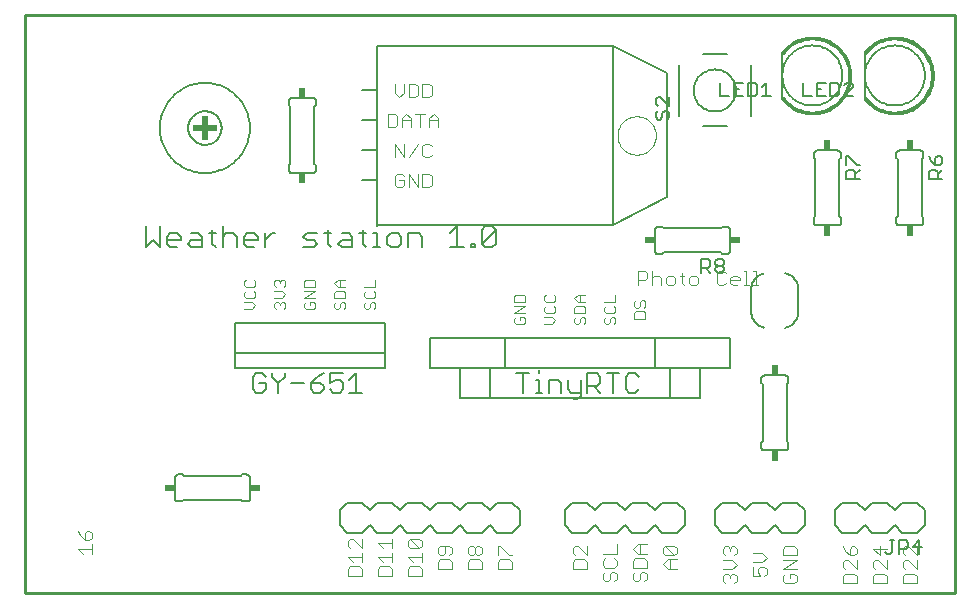
<source format=gto>
G75*
G70*
%OFA0B0*%
%FSLAX24Y24*%
%IPPOS*%
%LPD*%
%AMOC8*
5,1,8,0,0,1.08239X$1,22.5*
%
%ADD10C,0.0060*%
%ADD11C,0.0040*%
%ADD12C,0.0100*%
%ADD13R,0.0200X0.0800*%
%ADD14R,0.0800X0.0200*%
%ADD15R,0.0340X0.0240*%
%ADD16C,0.0080*%
%ADD17C,0.0050*%
%ADD18C,0.0000*%
%ADD19C,0.0030*%
%ADD20R,0.0240X0.0340*%
%ADD21C,0.0010*%
D10*
X009500Y003330D02*
X009500Y004030D01*
X009502Y004047D01*
X009506Y004064D01*
X009513Y004080D01*
X009523Y004094D01*
X009536Y004107D01*
X009550Y004117D01*
X009566Y004124D01*
X009583Y004128D01*
X009600Y004130D01*
X009750Y004130D01*
X009800Y004080D01*
X011700Y004080D01*
X011750Y004130D01*
X011900Y004130D01*
X011917Y004128D01*
X011934Y004124D01*
X011950Y004117D01*
X011964Y004107D01*
X011977Y004094D01*
X011987Y004080D01*
X011994Y004064D01*
X011998Y004047D01*
X012000Y004030D01*
X012000Y003330D01*
X011998Y003313D01*
X011994Y003296D01*
X011987Y003280D01*
X011977Y003266D01*
X011964Y003253D01*
X011950Y003243D01*
X011934Y003236D01*
X011917Y003232D01*
X011900Y003230D01*
X011750Y003230D01*
X011700Y003280D01*
X009800Y003280D01*
X009750Y003230D01*
X009600Y003230D01*
X009583Y003232D01*
X009566Y003236D01*
X009550Y003243D01*
X009536Y003253D01*
X009523Y003266D01*
X009513Y003280D01*
X009506Y003296D01*
X009502Y003313D01*
X009500Y003330D01*
X012203Y006860D02*
X012417Y006860D01*
X012523Y006967D01*
X012523Y007180D01*
X012310Y007180D01*
X012096Y006967D02*
X012203Y006860D01*
X012096Y006967D02*
X012096Y007394D01*
X012203Y007501D01*
X012417Y007501D01*
X012523Y007394D01*
X012741Y007394D02*
X012954Y007180D01*
X012954Y006860D01*
X012954Y007180D02*
X013168Y007394D01*
X013168Y007501D01*
X012741Y007501D02*
X012741Y007394D01*
X013385Y007180D02*
X013812Y007180D01*
X014030Y007180D02*
X014030Y006967D01*
X014137Y006860D01*
X014350Y006860D01*
X014457Y006967D01*
X014457Y007074D01*
X014350Y007180D01*
X014030Y007180D01*
X014244Y007394D01*
X014457Y007501D01*
X014675Y007501D02*
X014675Y007180D01*
X014888Y007287D01*
X014995Y007287D01*
X015102Y007180D01*
X015102Y006967D01*
X014995Y006860D01*
X014781Y006860D01*
X014675Y006967D01*
X015319Y006860D02*
X015746Y006860D01*
X015533Y006860D02*
X015533Y007501D01*
X015319Y007287D01*
X015102Y007501D02*
X014675Y007501D01*
X020881Y007501D02*
X021309Y007501D01*
X021095Y007501D02*
X021095Y006860D01*
X021526Y006860D02*
X021740Y006860D01*
X021633Y006860D02*
X021633Y007287D01*
X021526Y007287D01*
X021633Y007501D02*
X021633Y007607D01*
X021956Y007287D02*
X022276Y007287D01*
X022383Y007180D01*
X022383Y006860D01*
X022600Y006967D02*
X022707Y006860D01*
X023027Y006860D01*
X023027Y006753D02*
X022921Y006646D01*
X022814Y006646D01*
X023027Y006753D02*
X023027Y007287D01*
X023245Y007074D02*
X023565Y007074D01*
X023672Y007180D01*
X023672Y007394D01*
X023565Y007501D01*
X023245Y007501D01*
X023245Y006860D01*
X023458Y007074D02*
X023672Y006860D01*
X024103Y006860D02*
X024103Y007501D01*
X024316Y007501D02*
X023889Y007501D01*
X024534Y007394D02*
X024534Y006967D01*
X024641Y006860D01*
X024854Y006860D01*
X024961Y006967D01*
X024961Y007394D02*
X024854Y007501D01*
X024641Y007501D01*
X024534Y007394D01*
X022600Y007287D02*
X022600Y006967D01*
X021956Y006860D02*
X021956Y007287D01*
X029050Y007330D02*
X029050Y007180D01*
X029100Y007130D01*
X029100Y005230D01*
X029050Y005180D01*
X029050Y005030D01*
X029052Y005013D01*
X029056Y004996D01*
X029063Y004980D01*
X029073Y004966D01*
X029086Y004953D01*
X029100Y004943D01*
X029116Y004936D01*
X029133Y004932D01*
X029150Y004930D01*
X029850Y004930D01*
X029867Y004932D01*
X029884Y004936D01*
X029900Y004943D01*
X029914Y004953D01*
X029927Y004966D01*
X029937Y004980D01*
X029944Y004996D01*
X029948Y005013D01*
X029950Y005030D01*
X029950Y005180D01*
X029900Y005230D01*
X029900Y007130D01*
X029950Y007180D01*
X029950Y007330D01*
X029948Y007347D01*
X029944Y007364D01*
X029937Y007380D01*
X029927Y007394D01*
X029914Y007407D01*
X029900Y007417D01*
X029884Y007424D01*
X029867Y007428D01*
X029850Y007430D01*
X029150Y007430D01*
X029133Y007428D01*
X029116Y007424D01*
X029100Y007417D01*
X029086Y007407D01*
X029073Y007394D01*
X029063Y007380D01*
X029056Y007364D01*
X029052Y007347D01*
X029050Y007330D01*
X027900Y011480D02*
X027750Y011480D01*
X027700Y011530D01*
X025800Y011530D01*
X025750Y011480D01*
X025600Y011480D01*
X025583Y011482D01*
X025566Y011486D01*
X025550Y011493D01*
X025536Y011503D01*
X025523Y011516D01*
X025513Y011530D01*
X025506Y011546D01*
X025502Y011563D01*
X025500Y011580D01*
X025500Y012280D01*
X025502Y012297D01*
X025506Y012314D01*
X025513Y012330D01*
X025523Y012344D01*
X025536Y012357D01*
X025550Y012367D01*
X025566Y012374D01*
X025583Y012378D01*
X025600Y012380D01*
X025750Y012380D01*
X025800Y012330D01*
X027700Y012330D01*
X027750Y012380D01*
X027900Y012380D01*
X027917Y012378D01*
X027934Y012374D01*
X027950Y012367D01*
X027964Y012357D01*
X027977Y012344D01*
X027987Y012330D01*
X027994Y012314D01*
X027998Y012297D01*
X028000Y012280D01*
X028000Y011580D01*
X027998Y011563D01*
X027994Y011546D01*
X027987Y011530D01*
X027977Y011516D01*
X027964Y011503D01*
X027950Y011493D01*
X027934Y011486D01*
X027917Y011482D01*
X027900Y011480D01*
X030800Y012530D02*
X030800Y012680D01*
X030850Y012730D01*
X030850Y014630D01*
X030800Y014680D01*
X030800Y014830D01*
X030802Y014847D01*
X030806Y014864D01*
X030813Y014880D01*
X030823Y014894D01*
X030836Y014907D01*
X030850Y014917D01*
X030866Y014924D01*
X030883Y014928D01*
X030900Y014930D01*
X031600Y014930D01*
X031617Y014928D01*
X031634Y014924D01*
X031650Y014917D01*
X031664Y014907D01*
X031677Y014894D01*
X031687Y014880D01*
X031694Y014864D01*
X031698Y014847D01*
X031700Y014830D01*
X031700Y014680D01*
X031650Y014630D01*
X031650Y012730D01*
X031700Y012680D01*
X031700Y012530D01*
X031698Y012513D01*
X031694Y012496D01*
X031687Y012480D01*
X031677Y012466D01*
X031664Y012453D01*
X031650Y012443D01*
X031634Y012436D01*
X031617Y012432D01*
X031600Y012430D01*
X030900Y012430D01*
X030883Y012432D01*
X030866Y012436D01*
X030850Y012443D01*
X030836Y012453D01*
X030823Y012466D01*
X030813Y012480D01*
X030806Y012496D01*
X030802Y012513D01*
X030800Y012530D01*
X033550Y012530D02*
X033550Y012680D01*
X033600Y012730D01*
X033600Y014630D01*
X033550Y014680D01*
X033550Y014830D01*
X033552Y014847D01*
X033556Y014864D01*
X033563Y014880D01*
X033573Y014894D01*
X033586Y014907D01*
X033600Y014917D01*
X033616Y014924D01*
X033633Y014928D01*
X033650Y014930D01*
X034350Y014930D01*
X034367Y014928D01*
X034384Y014924D01*
X034400Y014917D01*
X034414Y014907D01*
X034427Y014894D01*
X034437Y014880D01*
X034444Y014864D01*
X034448Y014847D01*
X034450Y014830D01*
X034450Y014680D01*
X034400Y014630D01*
X034400Y012730D01*
X034450Y012680D01*
X034450Y012530D01*
X034448Y012513D01*
X034444Y012496D01*
X034437Y012480D01*
X034427Y012466D01*
X034414Y012453D01*
X034400Y012443D01*
X034384Y012436D01*
X034367Y012432D01*
X034350Y012430D01*
X033650Y012430D01*
X033633Y012432D01*
X033616Y012436D01*
X033600Y012443D01*
X033586Y012453D01*
X033573Y012466D01*
X033563Y012480D01*
X033556Y012496D01*
X033552Y012513D01*
X033550Y012530D01*
X032500Y017430D02*
X032502Y017493D01*
X032508Y017555D01*
X032518Y017617D01*
X032531Y017679D01*
X032549Y017739D01*
X032570Y017798D01*
X032595Y017856D01*
X032624Y017912D01*
X032656Y017966D01*
X032691Y018018D01*
X032729Y018067D01*
X032771Y018115D01*
X032815Y018159D01*
X032863Y018201D01*
X032912Y018239D01*
X032964Y018274D01*
X033018Y018306D01*
X033074Y018335D01*
X033132Y018360D01*
X033191Y018381D01*
X033251Y018399D01*
X033313Y018412D01*
X033375Y018422D01*
X033437Y018428D01*
X033500Y018430D01*
X033563Y018428D01*
X033625Y018422D01*
X033687Y018412D01*
X033749Y018399D01*
X033809Y018381D01*
X033868Y018360D01*
X033926Y018335D01*
X033982Y018306D01*
X034036Y018274D01*
X034088Y018239D01*
X034137Y018201D01*
X034185Y018159D01*
X034229Y018115D01*
X034271Y018067D01*
X034309Y018018D01*
X034344Y017966D01*
X034376Y017912D01*
X034405Y017856D01*
X034430Y017798D01*
X034451Y017739D01*
X034469Y017679D01*
X034482Y017617D01*
X034492Y017555D01*
X034498Y017493D01*
X034500Y017430D01*
X034498Y017367D01*
X034492Y017305D01*
X034482Y017243D01*
X034469Y017181D01*
X034451Y017121D01*
X034430Y017062D01*
X034405Y017004D01*
X034376Y016948D01*
X034344Y016894D01*
X034309Y016842D01*
X034271Y016793D01*
X034229Y016745D01*
X034185Y016701D01*
X034137Y016659D01*
X034088Y016621D01*
X034036Y016586D01*
X033982Y016554D01*
X033926Y016525D01*
X033868Y016500D01*
X033809Y016479D01*
X033749Y016461D01*
X033687Y016448D01*
X033625Y016438D01*
X033563Y016432D01*
X033500Y016430D01*
X033437Y016432D01*
X033375Y016438D01*
X033313Y016448D01*
X033251Y016461D01*
X033191Y016479D01*
X033132Y016500D01*
X033074Y016525D01*
X033018Y016554D01*
X032964Y016586D01*
X032912Y016621D01*
X032863Y016659D01*
X032815Y016701D01*
X032771Y016745D01*
X032729Y016793D01*
X032691Y016842D01*
X032656Y016894D01*
X032624Y016948D01*
X032595Y017004D01*
X032570Y017062D01*
X032549Y017121D01*
X032531Y017181D01*
X032518Y017243D01*
X032508Y017305D01*
X032502Y017367D01*
X032500Y017430D01*
X029750Y017430D02*
X029752Y017493D01*
X029758Y017555D01*
X029768Y017617D01*
X029781Y017679D01*
X029799Y017739D01*
X029820Y017798D01*
X029845Y017856D01*
X029874Y017912D01*
X029906Y017966D01*
X029941Y018018D01*
X029979Y018067D01*
X030021Y018115D01*
X030065Y018159D01*
X030113Y018201D01*
X030162Y018239D01*
X030214Y018274D01*
X030268Y018306D01*
X030324Y018335D01*
X030382Y018360D01*
X030441Y018381D01*
X030501Y018399D01*
X030563Y018412D01*
X030625Y018422D01*
X030687Y018428D01*
X030750Y018430D01*
X030813Y018428D01*
X030875Y018422D01*
X030937Y018412D01*
X030999Y018399D01*
X031059Y018381D01*
X031118Y018360D01*
X031176Y018335D01*
X031232Y018306D01*
X031286Y018274D01*
X031338Y018239D01*
X031387Y018201D01*
X031435Y018159D01*
X031479Y018115D01*
X031521Y018067D01*
X031559Y018018D01*
X031594Y017966D01*
X031626Y017912D01*
X031655Y017856D01*
X031680Y017798D01*
X031701Y017739D01*
X031719Y017679D01*
X031732Y017617D01*
X031742Y017555D01*
X031748Y017493D01*
X031750Y017430D01*
X031748Y017367D01*
X031742Y017305D01*
X031732Y017243D01*
X031719Y017181D01*
X031701Y017121D01*
X031680Y017062D01*
X031655Y017004D01*
X031626Y016948D01*
X031594Y016894D01*
X031559Y016842D01*
X031521Y016793D01*
X031479Y016745D01*
X031435Y016701D01*
X031387Y016659D01*
X031338Y016621D01*
X031286Y016586D01*
X031232Y016554D01*
X031176Y016525D01*
X031118Y016500D01*
X031059Y016479D01*
X030999Y016461D01*
X030937Y016448D01*
X030875Y016438D01*
X030813Y016432D01*
X030750Y016430D01*
X030687Y016432D01*
X030625Y016438D01*
X030563Y016448D01*
X030501Y016461D01*
X030441Y016479D01*
X030382Y016500D01*
X030324Y016525D01*
X030268Y016554D01*
X030214Y016586D01*
X030162Y016621D01*
X030113Y016659D01*
X030065Y016701D01*
X030021Y016745D01*
X029979Y016793D01*
X029941Y016842D01*
X029906Y016894D01*
X029874Y016948D01*
X029845Y017004D01*
X029820Y017062D01*
X029799Y017121D01*
X029781Y017181D01*
X029768Y017243D01*
X029758Y017305D01*
X029752Y017367D01*
X029750Y017430D01*
X020194Y012294D02*
X019727Y011827D01*
X019844Y011710D01*
X020077Y011710D01*
X020194Y011827D01*
X020194Y012294D01*
X020077Y012411D01*
X019844Y012411D01*
X019727Y012294D01*
X019727Y011827D01*
X019494Y011827D02*
X019494Y011710D01*
X019377Y011710D01*
X019377Y011827D01*
X019494Y011827D01*
X019144Y011710D02*
X018677Y011710D01*
X018911Y011710D02*
X018911Y012411D01*
X018677Y012177D01*
X017745Y012060D02*
X017745Y011710D01*
X017277Y011710D02*
X017277Y012177D01*
X017628Y012177D01*
X017745Y012060D01*
X017045Y012060D02*
X017045Y011827D01*
X016928Y011710D01*
X016694Y011710D01*
X016578Y011827D01*
X016578Y012060D01*
X016694Y012177D01*
X016928Y012177D01*
X017045Y012060D01*
X016345Y011710D02*
X016111Y011710D01*
X016228Y011710D02*
X016228Y012177D01*
X016111Y012177D01*
X015878Y012177D02*
X015645Y012177D01*
X015761Y012294D02*
X015761Y011827D01*
X015878Y011710D01*
X015412Y011710D02*
X015062Y011710D01*
X014945Y011827D01*
X015062Y011944D01*
X015412Y011944D01*
X015412Y012060D02*
X015412Y011710D01*
X015412Y012060D02*
X015295Y012177D01*
X015062Y012177D01*
X014712Y012177D02*
X014478Y012177D01*
X014595Y012294D02*
X014595Y011827D01*
X014712Y011710D01*
X014246Y011827D02*
X014129Y011710D01*
X013778Y011710D01*
X013895Y011944D02*
X013778Y012060D01*
X013895Y012177D01*
X014246Y012177D01*
X014129Y011944D02*
X013895Y011944D01*
X014129Y011944D02*
X014246Y011827D01*
X012846Y012177D02*
X012729Y012177D01*
X012496Y011944D01*
X012496Y012177D02*
X012496Y011710D01*
X012263Y011944D02*
X011796Y011944D01*
X011796Y012060D02*
X011796Y011827D01*
X011912Y011710D01*
X012146Y011710D01*
X012263Y011944D02*
X012263Y012060D01*
X012146Y012177D01*
X011912Y012177D01*
X011796Y012060D01*
X011563Y012060D02*
X011446Y012177D01*
X011213Y012177D01*
X011096Y012060D01*
X010863Y012177D02*
X010629Y012177D01*
X010746Y012294D02*
X010746Y011827D01*
X010863Y011710D01*
X011096Y011710D02*
X011096Y012411D01*
X011563Y012060D02*
X011563Y011710D01*
X010397Y011710D02*
X010046Y011710D01*
X009930Y011827D01*
X010046Y011944D01*
X010397Y011944D01*
X010397Y012060D02*
X010397Y011710D01*
X010397Y012060D02*
X010280Y012177D01*
X010046Y012177D01*
X009697Y012060D02*
X009697Y011944D01*
X009230Y011944D01*
X009230Y012060D02*
X009230Y011827D01*
X009347Y011710D01*
X009580Y011710D01*
X008997Y011710D02*
X008997Y012411D01*
X009347Y012177D02*
X009580Y012177D01*
X009697Y012060D01*
X009347Y012177D02*
X009230Y012060D01*
X008997Y011710D02*
X008764Y011944D01*
X008530Y011710D01*
X008530Y012411D01*
X013300Y014280D02*
X013300Y014430D01*
X013350Y014480D01*
X013350Y016380D01*
X013300Y016430D01*
X013300Y016580D01*
X013302Y016597D01*
X013306Y016614D01*
X013313Y016630D01*
X013323Y016644D01*
X013336Y016657D01*
X013350Y016667D01*
X013366Y016674D01*
X013383Y016678D01*
X013400Y016680D01*
X014100Y016680D01*
X014117Y016678D01*
X014134Y016674D01*
X014150Y016667D01*
X014164Y016657D01*
X014177Y016644D01*
X014187Y016630D01*
X014194Y016614D01*
X014198Y016597D01*
X014200Y016580D01*
X014200Y016430D01*
X014150Y016380D01*
X014150Y014480D01*
X014200Y014430D01*
X014200Y014280D01*
X014198Y014263D01*
X014194Y014246D01*
X014187Y014230D01*
X014177Y014216D01*
X014164Y014203D01*
X014150Y014193D01*
X014134Y014186D01*
X014117Y014182D01*
X014100Y014180D01*
X013400Y014180D01*
X013383Y014182D01*
X013366Y014186D01*
X013350Y014193D01*
X013336Y014203D01*
X013323Y014216D01*
X013313Y014230D01*
X013306Y014246D01*
X013302Y014263D01*
X013300Y014280D01*
X009941Y015680D02*
X009943Y015727D01*
X009949Y015773D01*
X009959Y015819D01*
X009972Y015864D01*
X009989Y015907D01*
X010010Y015949D01*
X010034Y015989D01*
X010062Y016027D01*
X010093Y016063D01*
X010126Y016095D01*
X010162Y016125D01*
X010200Y016152D01*
X010241Y016175D01*
X010283Y016195D01*
X010327Y016212D01*
X010372Y016224D01*
X010418Y016233D01*
X010465Y016238D01*
X010512Y016239D01*
X010558Y016236D01*
X010605Y016229D01*
X010650Y016218D01*
X010695Y016204D01*
X010738Y016186D01*
X010779Y016164D01*
X010819Y016139D01*
X010856Y016111D01*
X010891Y016079D01*
X010923Y016045D01*
X010952Y016009D01*
X010978Y015970D01*
X011001Y015929D01*
X011020Y015886D01*
X011035Y015842D01*
X011047Y015796D01*
X011055Y015750D01*
X011059Y015703D01*
X011059Y015657D01*
X011055Y015610D01*
X011047Y015564D01*
X011035Y015518D01*
X011020Y015474D01*
X011001Y015431D01*
X010978Y015390D01*
X010952Y015351D01*
X010923Y015315D01*
X010891Y015281D01*
X010856Y015249D01*
X010819Y015221D01*
X010780Y015196D01*
X010738Y015174D01*
X010695Y015156D01*
X010650Y015142D01*
X010605Y015131D01*
X010558Y015124D01*
X010512Y015121D01*
X010465Y015122D01*
X010418Y015127D01*
X010372Y015136D01*
X010327Y015148D01*
X010283Y015165D01*
X010241Y015185D01*
X010200Y015208D01*
X010162Y015235D01*
X010126Y015265D01*
X010093Y015297D01*
X010062Y015333D01*
X010034Y015371D01*
X010010Y015411D01*
X009989Y015453D01*
X009972Y015496D01*
X009959Y015541D01*
X009949Y015587D01*
X009943Y015633D01*
X009941Y015680D01*
X009000Y015680D02*
X009002Y015757D01*
X009008Y015834D01*
X009018Y015911D01*
X009032Y015987D01*
X009049Y016062D01*
X009071Y016136D01*
X009096Y016209D01*
X009126Y016281D01*
X009158Y016351D01*
X009195Y016419D01*
X009234Y016485D01*
X009277Y016549D01*
X009324Y016611D01*
X009373Y016670D01*
X009426Y016727D01*
X009481Y016781D01*
X009539Y016832D01*
X009600Y016880D01*
X009663Y016925D01*
X009728Y016966D01*
X009795Y017004D01*
X009864Y017039D01*
X009935Y017069D01*
X010007Y017097D01*
X010081Y017120D01*
X010155Y017140D01*
X010231Y017156D01*
X010307Y017168D01*
X010384Y017176D01*
X010461Y017180D01*
X010539Y017180D01*
X010616Y017176D01*
X010693Y017168D01*
X010769Y017156D01*
X010845Y017140D01*
X010919Y017120D01*
X010993Y017097D01*
X011065Y017069D01*
X011136Y017039D01*
X011205Y017004D01*
X011272Y016966D01*
X011337Y016925D01*
X011400Y016880D01*
X011461Y016832D01*
X011519Y016781D01*
X011574Y016727D01*
X011627Y016670D01*
X011676Y016611D01*
X011723Y016549D01*
X011766Y016485D01*
X011805Y016419D01*
X011842Y016351D01*
X011874Y016281D01*
X011904Y016209D01*
X011929Y016136D01*
X011951Y016062D01*
X011968Y015987D01*
X011982Y015911D01*
X011992Y015834D01*
X011998Y015757D01*
X012000Y015680D01*
X011998Y015603D01*
X011992Y015526D01*
X011982Y015449D01*
X011968Y015373D01*
X011951Y015298D01*
X011929Y015224D01*
X011904Y015151D01*
X011874Y015079D01*
X011842Y015009D01*
X011805Y014941D01*
X011766Y014875D01*
X011723Y014811D01*
X011676Y014749D01*
X011627Y014690D01*
X011574Y014633D01*
X011519Y014579D01*
X011461Y014528D01*
X011400Y014480D01*
X011337Y014435D01*
X011272Y014394D01*
X011205Y014356D01*
X011136Y014321D01*
X011065Y014291D01*
X010993Y014263D01*
X010919Y014240D01*
X010845Y014220D01*
X010769Y014204D01*
X010693Y014192D01*
X010616Y014184D01*
X010539Y014180D01*
X010461Y014180D01*
X010384Y014184D01*
X010307Y014192D01*
X010231Y014204D01*
X010155Y014220D01*
X010081Y014240D01*
X010007Y014263D01*
X009935Y014291D01*
X009864Y014321D01*
X009795Y014356D01*
X009728Y014394D01*
X009663Y014435D01*
X009600Y014480D01*
X009539Y014528D01*
X009481Y014579D01*
X009426Y014633D01*
X009373Y014690D01*
X009324Y014749D01*
X009277Y014811D01*
X009234Y014875D01*
X009195Y014941D01*
X009158Y015009D01*
X009126Y015079D01*
X009096Y015151D01*
X009071Y015224D01*
X009049Y015298D01*
X009032Y015373D01*
X009018Y015449D01*
X009008Y015526D01*
X009002Y015603D01*
X009000Y015680D01*
X016228Y012527D02*
X016228Y012411D01*
D11*
X016906Y013700D02*
X017060Y013700D01*
X017136Y013777D01*
X017136Y013930D01*
X016983Y013930D01*
X016829Y014084D02*
X016829Y013777D01*
X016906Y013700D01*
X017290Y013700D02*
X017290Y014160D01*
X017597Y013700D01*
X017597Y014160D01*
X017750Y014160D02*
X017980Y014160D01*
X018057Y014084D01*
X018057Y013777D01*
X017980Y013700D01*
X017750Y013700D01*
X017750Y014160D01*
X017136Y014084D02*
X017060Y014160D01*
X016906Y014160D01*
X016829Y014084D01*
X016829Y014700D02*
X016829Y015160D01*
X017136Y014700D01*
X017136Y015160D01*
X017597Y015160D02*
X017290Y014700D01*
X017750Y014777D02*
X017827Y014700D01*
X017980Y014700D01*
X018057Y014777D01*
X018057Y015084D02*
X017980Y015160D01*
X017827Y015160D01*
X017750Y015084D01*
X017750Y014777D01*
X017673Y015700D02*
X017673Y016160D01*
X017520Y016160D02*
X017827Y016160D01*
X017980Y016007D02*
X018134Y016160D01*
X018287Y016007D01*
X018287Y015700D01*
X018287Y015930D02*
X017980Y015930D01*
X017980Y016007D02*
X017980Y015700D01*
X017367Y015700D02*
X017367Y016007D01*
X017213Y016160D01*
X017060Y016007D01*
X017060Y015700D01*
X016906Y015777D02*
X016906Y016084D01*
X016829Y016160D01*
X016599Y016160D01*
X016599Y015700D01*
X016829Y015700D01*
X016906Y015777D01*
X017060Y015930D02*
X017367Y015930D01*
X017290Y016700D02*
X017520Y016700D01*
X017597Y016777D01*
X017597Y017084D01*
X017520Y017160D01*
X017290Y017160D01*
X017290Y016700D01*
X017136Y016853D02*
X017136Y017160D01*
X016829Y017160D02*
X016829Y016853D01*
X016983Y016700D01*
X017136Y016853D01*
X017750Y016700D02*
X017980Y016700D01*
X018057Y016777D01*
X018057Y017084D01*
X017980Y017160D01*
X017750Y017160D01*
X017750Y016700D01*
X024948Y010910D02*
X025178Y010910D01*
X025255Y010834D01*
X025255Y010680D01*
X025178Y010603D01*
X024948Y010603D01*
X024948Y010450D02*
X024948Y010910D01*
X025409Y010910D02*
X025409Y010450D01*
X025409Y010680D02*
X025485Y010757D01*
X025639Y010757D01*
X025716Y010680D01*
X025716Y010450D01*
X025869Y010527D02*
X025946Y010450D01*
X026099Y010450D01*
X026176Y010527D01*
X026176Y010680D01*
X026099Y010757D01*
X025946Y010757D01*
X025869Y010680D01*
X025869Y010527D01*
X026329Y010757D02*
X026483Y010757D01*
X026406Y010834D02*
X026406Y010527D01*
X026483Y010450D01*
X026636Y010527D02*
X026713Y010450D01*
X026867Y010450D01*
X026943Y010527D01*
X026943Y010680D01*
X026867Y010757D01*
X026713Y010757D01*
X026636Y010680D01*
X026636Y010527D01*
X027557Y010527D02*
X027634Y010450D01*
X027787Y010450D01*
X027864Y010527D01*
X028018Y010527D02*
X028018Y010680D01*
X028094Y010757D01*
X028248Y010757D01*
X028324Y010680D01*
X028324Y010603D01*
X028018Y010603D01*
X028018Y010527D02*
X028094Y010450D01*
X028248Y010450D01*
X028478Y010450D02*
X028631Y010450D01*
X028555Y010450D02*
X028555Y010910D01*
X028478Y010910D01*
X028785Y010910D02*
X028862Y010910D01*
X028862Y010450D01*
X028938Y010450D02*
X028785Y010450D01*
X027864Y010834D02*
X027787Y010910D01*
X027634Y010910D01*
X027557Y010834D01*
X027557Y010527D01*
X017730Y001910D02*
X017653Y001987D01*
X017346Y001987D01*
X017653Y001680D01*
X017730Y001757D01*
X017730Y001910D01*
X017653Y001680D02*
X017346Y001680D01*
X017270Y001757D01*
X017270Y001910D01*
X017346Y001987D01*
X016730Y001987D02*
X016730Y001680D01*
X016730Y001527D02*
X016730Y001220D01*
X016730Y001373D02*
X016270Y001373D01*
X016423Y001220D01*
X016346Y001066D02*
X016270Y000990D01*
X016270Y000759D01*
X016730Y000759D01*
X016730Y000990D01*
X016653Y001066D01*
X016346Y001066D01*
X015730Y000990D02*
X015653Y001066D01*
X015346Y001066D01*
X015270Y000990D01*
X015270Y000759D01*
X015730Y000759D01*
X015730Y000990D01*
X015730Y001220D02*
X015730Y001527D01*
X015730Y001680D02*
X015423Y001987D01*
X015346Y001987D01*
X015270Y001910D01*
X015270Y001757D01*
X015346Y001680D01*
X015270Y001373D02*
X015730Y001373D01*
X015730Y001680D02*
X015730Y001987D01*
X016270Y001834D02*
X016730Y001834D01*
X016423Y001680D02*
X016270Y001834D01*
X015423Y001220D02*
X015270Y001373D01*
X017270Y001373D02*
X017423Y001220D01*
X017346Y001066D02*
X017270Y000990D01*
X017270Y000759D01*
X017730Y000759D01*
X017730Y000990D01*
X017653Y001066D01*
X017346Y001066D01*
X017730Y001220D02*
X017730Y001527D01*
X017730Y001373D02*
X017270Y001373D01*
X018270Y001220D02*
X018270Y000990D01*
X018730Y000990D01*
X018730Y001220D01*
X018653Y001297D01*
X018346Y001297D01*
X018270Y001220D01*
X018346Y001450D02*
X018423Y001450D01*
X018500Y001527D01*
X018500Y001757D01*
X018653Y001757D02*
X018346Y001757D01*
X018270Y001680D01*
X018270Y001527D01*
X018346Y001450D01*
X018653Y001450D02*
X018730Y001527D01*
X018730Y001680D01*
X018653Y001757D01*
X019270Y001680D02*
X019270Y001527D01*
X019346Y001450D01*
X019423Y001450D01*
X019500Y001527D01*
X019500Y001680D01*
X019577Y001757D01*
X019653Y001757D01*
X019730Y001680D01*
X019730Y001527D01*
X019653Y001450D01*
X019577Y001450D01*
X019500Y001527D01*
X019500Y001680D02*
X019423Y001757D01*
X019346Y001757D01*
X019270Y001680D01*
X019346Y001297D02*
X019270Y001220D01*
X019270Y000990D01*
X019730Y000990D01*
X019730Y001220D01*
X019653Y001297D01*
X019346Y001297D01*
X020270Y001220D02*
X020270Y000990D01*
X020730Y000990D01*
X020730Y001220D01*
X020653Y001297D01*
X020346Y001297D01*
X020270Y001220D01*
X020270Y001450D02*
X020270Y001757D01*
X020346Y001757D01*
X020653Y001450D01*
X020730Y001450D01*
X022770Y001527D02*
X022846Y001450D01*
X022770Y001527D02*
X022770Y001680D01*
X022846Y001757D01*
X022923Y001757D01*
X023230Y001450D01*
X023230Y001757D01*
X023770Y001490D02*
X024230Y001490D01*
X024230Y001797D01*
X024770Y001643D02*
X024923Y001490D01*
X025230Y001490D01*
X025153Y001336D02*
X024846Y001336D01*
X024770Y001259D01*
X024770Y001029D01*
X025230Y001029D01*
X025230Y001259D01*
X025153Y001336D01*
X025000Y001490D02*
X025000Y001797D01*
X024923Y001797D02*
X025230Y001797D01*
X024923Y001797D02*
X024770Y001643D01*
X024230Y001259D02*
X024153Y001336D01*
X024230Y001259D02*
X024230Y001106D01*
X024153Y001029D01*
X023846Y001029D01*
X023770Y001106D01*
X023770Y001259D01*
X023846Y001336D01*
X023230Y001220D02*
X023230Y000990D01*
X022770Y000990D01*
X022770Y001220D01*
X022846Y001297D01*
X023153Y001297D01*
X023230Y001220D01*
X023770Y000799D02*
X023770Y000646D01*
X023846Y000569D01*
X023923Y000569D01*
X024000Y000646D01*
X024000Y000799D01*
X024077Y000876D01*
X024153Y000876D01*
X024230Y000799D01*
X024230Y000646D01*
X024153Y000569D01*
X023846Y000876D02*
X023770Y000799D01*
X024770Y000799D02*
X024770Y000646D01*
X024846Y000569D01*
X024923Y000569D01*
X025000Y000646D01*
X025000Y000799D01*
X025077Y000876D01*
X025153Y000876D01*
X025230Y000799D01*
X025230Y000646D01*
X025153Y000569D01*
X024846Y000876D02*
X024770Y000799D01*
X025770Y001143D02*
X025923Y001297D01*
X026230Y001297D01*
X026153Y001450D02*
X025846Y001450D01*
X025770Y001527D01*
X025770Y001680D01*
X025846Y001757D01*
X026153Y001450D01*
X026230Y001527D01*
X026230Y001680D01*
X026153Y001757D01*
X025846Y001757D01*
X026000Y001297D02*
X026000Y000990D01*
X025923Y000990D02*
X025770Y001143D01*
X025923Y000990D02*
X026230Y000990D01*
X027770Y000970D02*
X028077Y000970D01*
X028230Y001123D01*
X028077Y001277D01*
X027770Y001277D01*
X027846Y001430D02*
X027770Y001507D01*
X027770Y001660D01*
X027846Y001737D01*
X027923Y001737D01*
X028000Y001660D01*
X028077Y001737D01*
X028153Y001737D01*
X028230Y001660D01*
X028230Y001507D01*
X028153Y001430D01*
X028000Y001584D02*
X028000Y001660D01*
X028770Y001507D02*
X029077Y001507D01*
X029230Y001353D01*
X029077Y001200D01*
X028770Y001200D01*
X028770Y001047D02*
X028770Y000740D01*
X029000Y000740D01*
X028923Y000893D01*
X028923Y000970D01*
X029000Y001047D01*
X029153Y001047D01*
X029230Y000970D01*
X029230Y000816D01*
X029153Y000740D01*
X029770Y000740D02*
X029770Y000586D01*
X029846Y000509D01*
X030153Y000509D01*
X030230Y000586D01*
X030230Y000740D01*
X030153Y000816D01*
X030000Y000816D01*
X030000Y000663D01*
X029846Y000816D02*
X029770Y000740D01*
X029770Y000970D02*
X030230Y001277D01*
X029770Y001277D01*
X029770Y001430D02*
X029770Y001660D01*
X029846Y001737D01*
X030153Y001737D01*
X030230Y001660D01*
X030230Y001430D01*
X029770Y001430D01*
X029770Y000970D02*
X030230Y000970D01*
X031770Y001047D02*
X031846Y000970D01*
X031770Y001047D02*
X031770Y001200D01*
X031846Y001277D01*
X031923Y001277D01*
X032230Y000970D01*
X032230Y001277D01*
X032153Y001430D02*
X032000Y001430D01*
X032000Y001660D01*
X032077Y001737D01*
X032153Y001737D01*
X032230Y001660D01*
X032230Y001507D01*
X032153Y001430D01*
X032000Y001430D02*
X031846Y001584D01*
X031770Y001737D01*
X032770Y001660D02*
X033000Y001430D01*
X033000Y001737D01*
X033230Y001660D02*
X032770Y001660D01*
X032846Y001277D02*
X032770Y001200D01*
X032770Y001047D01*
X032846Y000970D01*
X032846Y000816D02*
X032770Y000740D01*
X032770Y000509D01*
X033230Y000509D01*
X033230Y000740D01*
X033153Y000816D01*
X032846Y000816D01*
X033230Y000970D02*
X032923Y001277D01*
X032846Y001277D01*
X033230Y001277D02*
X033230Y000970D01*
X033770Y001047D02*
X033846Y000970D01*
X033770Y001047D02*
X033770Y001200D01*
X033846Y001277D01*
X033923Y001277D01*
X034230Y000970D01*
X034230Y001277D01*
X034230Y001430D02*
X033923Y001737D01*
X033846Y001737D01*
X033770Y001660D01*
X033770Y001507D01*
X033846Y001430D01*
X034230Y001430D02*
X034230Y001737D01*
X034153Y000816D02*
X033846Y000816D01*
X033770Y000740D01*
X033770Y000509D01*
X034230Y000509D01*
X034230Y000740D01*
X034153Y000816D01*
X032230Y000740D02*
X032230Y000509D01*
X031770Y000509D01*
X031770Y000740D01*
X031846Y000816D01*
X032153Y000816D01*
X032230Y000740D01*
X028230Y000740D02*
X028230Y000586D01*
X028153Y000509D01*
X028000Y000663D02*
X028000Y000740D01*
X028077Y000816D01*
X028153Y000816D01*
X028230Y000740D01*
X028000Y000740D02*
X027923Y000816D01*
X027846Y000816D01*
X027770Y000740D01*
X027770Y000586D01*
X027846Y000509D01*
X006730Y001490D02*
X006730Y001797D01*
X006730Y001643D02*
X006270Y001643D01*
X006423Y001490D01*
X006500Y001950D02*
X006500Y002180D01*
X006577Y002257D01*
X006653Y002257D01*
X006730Y002180D01*
X006730Y002027D01*
X006653Y001950D01*
X006500Y001950D01*
X006346Y002103D01*
X006270Y002257D01*
D12*
X004500Y000180D02*
X035500Y000180D01*
X035500Y019430D01*
X004500Y019430D01*
X004500Y000180D01*
D13*
X010500Y015680D03*
D14*
X010500Y015680D03*
D15*
X025330Y011930D03*
X028170Y011930D03*
X012170Y003680D03*
X009330Y003680D03*
D16*
X015000Y002930D02*
X015000Y002430D01*
X015250Y002180D01*
X015750Y002180D01*
X016000Y002430D01*
X016250Y002180D01*
X016750Y002180D01*
X017000Y002430D01*
X017250Y002180D01*
X017750Y002180D01*
X018000Y002430D01*
X018250Y002180D01*
X018750Y002180D01*
X019000Y002430D01*
X019250Y002180D01*
X019750Y002180D01*
X020000Y002430D01*
X020250Y002180D01*
X020750Y002180D01*
X021000Y002430D01*
X021000Y002930D01*
X020750Y003180D01*
X020250Y003180D01*
X020000Y002930D01*
X019750Y003180D01*
X019250Y003180D01*
X019000Y002930D01*
X018750Y003180D01*
X018250Y003180D01*
X018000Y002930D01*
X017750Y003180D01*
X017250Y003180D01*
X017000Y002930D01*
X016750Y003180D01*
X016250Y003180D01*
X016000Y002930D01*
X015750Y003180D01*
X015250Y003180D01*
X015000Y002930D01*
X022500Y002930D02*
X022500Y002430D01*
X022750Y002180D01*
X023250Y002180D01*
X023500Y002430D01*
X023750Y002180D01*
X024250Y002180D01*
X024500Y002430D01*
X024750Y002180D01*
X025250Y002180D01*
X025500Y002430D01*
X025750Y002180D01*
X026250Y002180D01*
X026500Y002430D01*
X026500Y002930D01*
X026250Y003180D01*
X025750Y003180D01*
X025500Y002930D01*
X025250Y003180D01*
X024750Y003180D01*
X024500Y002930D01*
X024250Y003180D01*
X023750Y003180D01*
X023500Y002930D01*
X023250Y003180D01*
X022750Y003180D01*
X022500Y002930D01*
X027500Y002930D02*
X027500Y002430D01*
X027750Y002180D01*
X028250Y002180D01*
X028500Y002430D01*
X028750Y002180D01*
X029250Y002180D01*
X029500Y002430D01*
X029750Y002180D01*
X030250Y002180D01*
X030500Y002430D01*
X030500Y002930D01*
X030250Y003180D01*
X029750Y003180D01*
X029500Y002930D01*
X029250Y003180D01*
X028750Y003180D01*
X028500Y002930D01*
X028250Y003180D01*
X027750Y003180D01*
X027500Y002930D01*
X031500Y002930D02*
X031500Y002430D01*
X031750Y002180D01*
X032250Y002180D01*
X032500Y002430D01*
X032750Y002180D01*
X033250Y002180D01*
X033500Y002430D01*
X033750Y002180D01*
X034250Y002180D01*
X034500Y002430D01*
X034500Y002930D01*
X034250Y003180D01*
X033750Y003180D01*
X033500Y002930D01*
X033250Y003180D01*
X032750Y003180D01*
X032500Y002930D01*
X032250Y003180D01*
X031750Y003180D01*
X031500Y002930D01*
X030287Y009536D02*
X030287Y010324D01*
X030282Y010368D01*
X030273Y010412D01*
X030262Y010456D01*
X030246Y010498D01*
X030228Y010539D01*
X030206Y010578D01*
X030182Y010615D01*
X030154Y010651D01*
X030124Y010684D01*
X030091Y010714D01*
X030056Y010742D01*
X030019Y010767D01*
X029980Y010789D01*
X029939Y010808D01*
X029897Y010823D01*
X029854Y010835D01*
X029146Y010835D02*
X029103Y010823D01*
X029061Y010808D01*
X029020Y010789D01*
X028981Y010767D01*
X028944Y010742D01*
X028909Y010714D01*
X028876Y010684D01*
X028846Y010651D01*
X028818Y010615D01*
X028794Y010578D01*
X028772Y010539D01*
X028754Y010498D01*
X028738Y010456D01*
X028727Y010412D01*
X028718Y010368D01*
X028713Y010324D01*
X028713Y009536D01*
X028718Y009492D01*
X028727Y009448D01*
X028738Y009404D01*
X028754Y009362D01*
X028772Y009321D01*
X028794Y009282D01*
X028818Y009245D01*
X028846Y009209D01*
X028876Y009176D01*
X028909Y009146D01*
X028944Y009118D01*
X028981Y009093D01*
X029020Y009071D01*
X029061Y009052D01*
X029103Y009037D01*
X029146Y009025D01*
X029854Y009025D02*
X029897Y009037D01*
X029939Y009052D01*
X029980Y009071D01*
X030019Y009093D01*
X030056Y009118D01*
X030091Y009146D01*
X030124Y009176D01*
X030154Y009209D01*
X030182Y009245D01*
X030206Y009282D01*
X030228Y009321D01*
X030246Y009362D01*
X030262Y009404D01*
X030273Y009448D01*
X030282Y009492D01*
X030287Y009536D01*
X027900Y015730D02*
X027095Y015730D01*
X026300Y016080D02*
X026300Y017780D01*
X027107Y018130D02*
X027900Y018130D01*
X028700Y017780D02*
X028700Y016080D01*
X029750Y016680D02*
X029750Y018180D01*
X026800Y016930D02*
X026802Y016982D01*
X026808Y017034D01*
X026818Y017086D01*
X026831Y017136D01*
X026848Y017186D01*
X026869Y017234D01*
X026894Y017280D01*
X026922Y017324D01*
X026953Y017366D01*
X026987Y017406D01*
X027024Y017443D01*
X027064Y017477D01*
X027106Y017508D01*
X027150Y017536D01*
X027196Y017561D01*
X027244Y017582D01*
X027294Y017599D01*
X027344Y017612D01*
X027396Y017622D01*
X027448Y017628D01*
X027500Y017630D01*
X027552Y017628D01*
X027604Y017622D01*
X027656Y017612D01*
X027706Y017599D01*
X027756Y017582D01*
X027804Y017561D01*
X027850Y017536D01*
X027894Y017508D01*
X027936Y017477D01*
X027976Y017443D01*
X028013Y017406D01*
X028047Y017366D01*
X028078Y017324D01*
X028106Y017280D01*
X028131Y017234D01*
X028152Y017186D01*
X028169Y017136D01*
X028182Y017086D01*
X028192Y017034D01*
X028198Y016982D01*
X028200Y016930D01*
X028198Y016878D01*
X028192Y016826D01*
X028182Y016774D01*
X028169Y016724D01*
X028152Y016674D01*
X028131Y016626D01*
X028106Y016580D01*
X028078Y016536D01*
X028047Y016494D01*
X028013Y016454D01*
X027976Y016417D01*
X027936Y016383D01*
X027894Y016352D01*
X027850Y016324D01*
X027804Y016299D01*
X027756Y016278D01*
X027706Y016261D01*
X027656Y016248D01*
X027604Y016238D01*
X027552Y016232D01*
X027500Y016230D01*
X027448Y016232D01*
X027396Y016238D01*
X027344Y016248D01*
X027294Y016261D01*
X027244Y016278D01*
X027196Y016299D01*
X027150Y016324D01*
X027106Y016352D01*
X027064Y016383D01*
X027024Y016417D01*
X026987Y016454D01*
X026953Y016494D01*
X026922Y016536D01*
X026894Y016580D01*
X026869Y016626D01*
X026848Y016674D01*
X026831Y016724D01*
X026818Y016774D01*
X026808Y016826D01*
X026802Y016878D01*
X026800Y016930D01*
X032500Y016680D02*
X032500Y018180D01*
D17*
X032040Y017195D02*
X031890Y017195D01*
X031815Y017120D01*
X031654Y017120D02*
X031579Y017195D01*
X031354Y017195D01*
X031354Y016745D01*
X031579Y016745D01*
X031654Y016820D01*
X031654Y017120D01*
X032040Y017195D02*
X032115Y017120D01*
X032115Y017045D01*
X031815Y016745D01*
X032115Y016745D01*
X031194Y016745D02*
X030894Y016745D01*
X030894Y017195D01*
X031194Y017195D01*
X031044Y016970D02*
X030894Y016970D01*
X030734Y016745D02*
X030433Y016745D01*
X030433Y017195D01*
X029365Y016745D02*
X029065Y016745D01*
X029215Y016745D02*
X029215Y017195D01*
X029065Y017045D01*
X028904Y017120D02*
X028829Y017195D01*
X028604Y017195D01*
X028604Y016745D01*
X028829Y016745D01*
X028904Y016820D01*
X028904Y017120D01*
X028444Y017195D02*
X028144Y017195D01*
X028144Y016745D01*
X028444Y016745D01*
X028294Y016970D02*
X028144Y016970D01*
X027984Y016745D02*
X027683Y016745D01*
X027683Y017195D01*
X025975Y016716D02*
X025975Y016415D01*
X025675Y016716D01*
X025600Y016716D01*
X025525Y016641D01*
X025525Y016490D01*
X025600Y016415D01*
X025600Y016255D02*
X025525Y016180D01*
X025525Y016030D01*
X025600Y015955D01*
X025675Y015955D01*
X025750Y016030D01*
X025750Y016180D01*
X025825Y016255D01*
X025900Y016255D01*
X025975Y016180D01*
X025975Y016030D01*
X025900Y015955D01*
X025919Y017497D02*
X024108Y018402D01*
X024108Y012458D01*
X025919Y013363D01*
X025919Y017497D01*
X024108Y018402D02*
X016234Y018402D01*
X016234Y012458D01*
X024108Y012458D01*
X027054Y011305D02*
X027054Y010855D01*
X027054Y011005D02*
X027279Y011005D01*
X027354Y011080D01*
X027354Y011230D01*
X027279Y011305D01*
X027054Y011305D01*
X027204Y011005D02*
X027354Y010855D01*
X027515Y010930D02*
X027515Y011005D01*
X027590Y011080D01*
X027740Y011080D01*
X027815Y011005D01*
X027815Y010930D01*
X027740Y010855D01*
X027590Y010855D01*
X027515Y010930D01*
X027590Y011080D02*
X027515Y011155D01*
X027515Y011230D01*
X027590Y011305D01*
X027740Y011305D01*
X027815Y011230D01*
X027815Y011155D01*
X027740Y011080D01*
X028000Y008680D02*
X025500Y008680D01*
X025500Y007680D01*
X026000Y007680D01*
X026000Y006680D01*
X027000Y006680D01*
X027000Y007680D01*
X026000Y007680D01*
X025500Y007680D02*
X020500Y007680D01*
X020000Y007680D01*
X020000Y006680D01*
X026000Y006680D01*
X027000Y007680D02*
X028000Y007680D01*
X028000Y008680D01*
X025500Y008680D02*
X020500Y008680D01*
X018000Y008680D01*
X018000Y007680D01*
X019000Y007680D01*
X019000Y006680D01*
X020000Y006680D01*
X020000Y007680D02*
X019000Y007680D01*
X020500Y007680D02*
X020500Y008680D01*
X016500Y008180D02*
X016500Y007680D01*
X011500Y007680D01*
X011500Y008180D01*
X011500Y009180D01*
X016500Y009180D01*
X016500Y008180D01*
X011500Y008180D01*
X015750Y013930D02*
X016250Y013930D01*
X016250Y014930D02*
X015750Y014930D01*
X015750Y015930D02*
X016250Y015930D01*
X016250Y016930D02*
X015750Y016930D01*
X031875Y014745D02*
X031875Y014445D01*
X031950Y014284D02*
X032100Y014284D01*
X032175Y014209D01*
X032175Y013984D01*
X032325Y013984D02*
X031875Y013984D01*
X031875Y014209D01*
X031950Y014284D01*
X032175Y014134D02*
X032325Y014284D01*
X032325Y014445D02*
X032250Y014445D01*
X031950Y014745D01*
X031875Y014745D01*
X034625Y014745D02*
X034700Y014595D01*
X034850Y014445D01*
X034850Y014670D01*
X034925Y014745D01*
X035000Y014745D01*
X035075Y014670D01*
X035075Y014520D01*
X035000Y014445D01*
X034850Y014445D01*
X034850Y014284D02*
X034925Y014209D01*
X034925Y013984D01*
X035075Y013984D02*
X034625Y013984D01*
X034625Y014209D01*
X034700Y014284D01*
X034850Y014284D01*
X034925Y014134D02*
X035075Y014284D01*
X034320Y001935D02*
X034095Y001710D01*
X034395Y001710D01*
X034320Y001485D02*
X034320Y001935D01*
X033934Y001860D02*
X033934Y001710D01*
X033859Y001635D01*
X033634Y001635D01*
X033634Y001485D02*
X033634Y001935D01*
X033859Y001935D01*
X033934Y001860D01*
X033474Y001935D02*
X033324Y001935D01*
X033399Y001935D02*
X033399Y001560D01*
X033324Y001485D01*
X033249Y001485D01*
X033174Y001560D01*
D18*
X024256Y015430D02*
X024258Y015480D01*
X024264Y015530D01*
X024274Y015579D01*
X024287Y015628D01*
X024305Y015675D01*
X024326Y015721D01*
X024350Y015764D01*
X024378Y015806D01*
X024409Y015846D01*
X024443Y015883D01*
X024480Y015917D01*
X024520Y015948D01*
X024562Y015976D01*
X024605Y016000D01*
X024651Y016021D01*
X024698Y016039D01*
X024747Y016052D01*
X024796Y016062D01*
X024846Y016068D01*
X024896Y016070D01*
X024946Y016068D01*
X024996Y016062D01*
X025045Y016052D01*
X025094Y016039D01*
X025141Y016021D01*
X025187Y016000D01*
X025230Y015976D01*
X025272Y015948D01*
X025312Y015917D01*
X025349Y015883D01*
X025383Y015846D01*
X025414Y015806D01*
X025442Y015764D01*
X025466Y015721D01*
X025487Y015675D01*
X025505Y015628D01*
X025518Y015579D01*
X025528Y015530D01*
X025534Y015480D01*
X025536Y015430D01*
X025534Y015380D01*
X025528Y015330D01*
X025518Y015281D01*
X025505Y015232D01*
X025487Y015185D01*
X025466Y015139D01*
X025442Y015096D01*
X025414Y015054D01*
X025383Y015014D01*
X025349Y014977D01*
X025312Y014943D01*
X025272Y014912D01*
X025230Y014884D01*
X025187Y014860D01*
X025141Y014839D01*
X025094Y014821D01*
X025045Y014808D01*
X024996Y014798D01*
X024946Y014792D01*
X024896Y014790D01*
X024846Y014792D01*
X024796Y014798D01*
X024747Y014808D01*
X024698Y014821D01*
X024651Y014839D01*
X024605Y014860D01*
X024562Y014884D01*
X024520Y014912D01*
X024480Y014943D01*
X024443Y014977D01*
X024409Y015014D01*
X024378Y015054D01*
X024350Y015096D01*
X024326Y015139D01*
X024305Y015185D01*
X024287Y015232D01*
X024274Y015281D01*
X024264Y015330D01*
X024258Y015380D01*
X024256Y015430D01*
D19*
X016185Y010626D02*
X016185Y010379D01*
X015815Y010379D01*
X015876Y010258D02*
X015815Y010196D01*
X015815Y010073D01*
X015876Y010011D01*
X016123Y010011D01*
X016185Y010073D01*
X016185Y010196D01*
X016123Y010258D01*
X016123Y009889D02*
X016185Y009828D01*
X016185Y009704D01*
X016123Y009643D01*
X016000Y009704D02*
X016000Y009828D01*
X016062Y009889D01*
X016123Y009889D01*
X016000Y009704D02*
X015938Y009643D01*
X015876Y009643D01*
X015815Y009704D01*
X015815Y009828D01*
X015876Y009889D01*
X015185Y009828D02*
X015185Y009704D01*
X015123Y009643D01*
X015000Y009704D02*
X015000Y009828D01*
X015062Y009889D01*
X015123Y009889D01*
X015185Y009828D01*
X015185Y010011D02*
X014815Y010011D01*
X014815Y010196D01*
X014876Y010258D01*
X015123Y010258D01*
X015185Y010196D01*
X015185Y010011D01*
X014876Y009889D02*
X014815Y009828D01*
X014815Y009704D01*
X014876Y009643D01*
X014938Y009643D01*
X015000Y009704D01*
X015000Y010379D02*
X015000Y010626D01*
X014938Y010626D02*
X015185Y010626D01*
X014938Y010626D02*
X014815Y010503D01*
X014938Y010379D01*
X015185Y010379D01*
X014185Y010379D02*
X014185Y010564D01*
X014123Y010626D01*
X013876Y010626D01*
X013815Y010564D01*
X013815Y010379D01*
X014185Y010379D01*
X014185Y010258D02*
X013815Y010258D01*
X013815Y010011D02*
X014185Y010258D01*
X014185Y010011D02*
X013815Y010011D01*
X013876Y009889D02*
X013815Y009828D01*
X013815Y009704D01*
X013876Y009643D01*
X014123Y009643D01*
X014185Y009704D01*
X014185Y009828D01*
X014123Y009889D01*
X014000Y009889D01*
X014000Y009766D01*
X013185Y009828D02*
X013185Y009704D01*
X013123Y009643D01*
X013000Y009766D02*
X013000Y009828D01*
X013062Y009889D01*
X013123Y009889D01*
X013185Y009828D01*
X013000Y009828D02*
X012938Y009889D01*
X012876Y009889D01*
X012815Y009828D01*
X012815Y009704D01*
X012876Y009643D01*
X012815Y010011D02*
X013062Y010011D01*
X013185Y010134D01*
X013062Y010258D01*
X012815Y010258D01*
X012876Y010379D02*
X012815Y010441D01*
X012815Y010564D01*
X012876Y010626D01*
X012938Y010626D01*
X013000Y010564D01*
X013062Y010626D01*
X013123Y010626D01*
X013185Y010564D01*
X013185Y010441D01*
X013123Y010379D01*
X013000Y010503D02*
X013000Y010564D01*
X012185Y010564D02*
X012123Y010626D01*
X012185Y010564D02*
X012185Y010441D01*
X012123Y010379D01*
X011876Y010379D01*
X011815Y010441D01*
X011815Y010564D01*
X011876Y010626D01*
X011876Y010258D02*
X011815Y010196D01*
X011815Y010073D01*
X011876Y010011D01*
X012123Y010011D01*
X012185Y010073D01*
X012185Y010196D01*
X012123Y010258D01*
X012062Y009889D02*
X011815Y009889D01*
X011815Y009643D02*
X012062Y009643D01*
X012185Y009766D01*
X012062Y009889D01*
X020815Y009879D02*
X020815Y010064D01*
X020876Y010126D01*
X021123Y010126D01*
X021185Y010064D01*
X021185Y009879D01*
X020815Y009879D01*
X020815Y009758D02*
X021185Y009758D01*
X020815Y009511D01*
X021185Y009511D01*
X021123Y009389D02*
X021000Y009389D01*
X021000Y009266D01*
X021123Y009389D02*
X021185Y009328D01*
X021185Y009204D01*
X021123Y009143D01*
X020876Y009143D01*
X020815Y009204D01*
X020815Y009328D01*
X020876Y009389D01*
X021815Y009389D02*
X022062Y009389D01*
X022185Y009266D01*
X022062Y009143D01*
X021815Y009143D01*
X021876Y009511D02*
X022123Y009511D01*
X022185Y009573D01*
X022185Y009696D01*
X022123Y009758D01*
X022123Y009879D02*
X021876Y009879D01*
X021815Y009941D01*
X021815Y010064D01*
X021876Y010126D01*
X022123Y010126D02*
X022185Y010064D01*
X022185Y009941D01*
X022123Y009879D01*
X021876Y009758D02*
X021815Y009696D01*
X021815Y009573D01*
X021876Y009511D01*
X022815Y009511D02*
X022815Y009696D01*
X022876Y009758D01*
X023123Y009758D01*
X023185Y009696D01*
X023185Y009511D01*
X022815Y009511D01*
X022876Y009389D02*
X022815Y009328D01*
X022815Y009204D01*
X022876Y009143D01*
X022938Y009143D01*
X023000Y009204D01*
X023000Y009328D01*
X023062Y009389D01*
X023123Y009389D01*
X023185Y009328D01*
X023185Y009204D01*
X023123Y009143D01*
X023815Y009204D02*
X023876Y009143D01*
X023938Y009143D01*
X024000Y009204D01*
X024000Y009328D01*
X024062Y009389D01*
X024123Y009389D01*
X024185Y009328D01*
X024185Y009204D01*
X024123Y009143D01*
X023815Y009204D02*
X023815Y009328D01*
X023876Y009389D01*
X023876Y009511D02*
X024123Y009511D01*
X024185Y009573D01*
X024185Y009696D01*
X024123Y009758D01*
X024185Y009879D02*
X023815Y009879D01*
X023876Y009758D02*
X023815Y009696D01*
X023815Y009573D01*
X023876Y009511D01*
X024185Y009879D02*
X024185Y010126D01*
X024815Y009880D02*
X024815Y009757D01*
X024876Y009695D01*
X024938Y009695D01*
X025000Y009757D01*
X025000Y009880D01*
X025062Y009942D01*
X025123Y009942D01*
X025185Y009880D01*
X025185Y009757D01*
X025123Y009695D01*
X025123Y009574D02*
X024876Y009574D01*
X024815Y009512D01*
X024815Y009327D01*
X025185Y009327D01*
X025185Y009512D01*
X025123Y009574D01*
X024815Y009880D02*
X024876Y009942D01*
X023185Y009879D02*
X022938Y009879D01*
X022815Y010003D01*
X022938Y010126D01*
X023185Y010126D01*
X023000Y010126D02*
X023000Y009879D01*
D20*
X029500Y007600D03*
X029500Y004760D03*
X031250Y012260D03*
X034000Y012260D03*
X034000Y015100D03*
X031250Y015100D03*
X013750Y014010D03*
X013750Y016850D03*
D21*
X029718Y016650D02*
X029790Y016704D01*
X029789Y016703D02*
X029832Y016650D01*
X029877Y016599D01*
X029926Y016551D01*
X029977Y016506D01*
X030031Y016463D01*
X030087Y016424D01*
X030145Y016388D01*
X030205Y016355D01*
X030266Y016326D01*
X030330Y016301D01*
X030394Y016279D01*
X030460Y016260D01*
X030527Y016246D01*
X030594Y016235D01*
X030662Y016228D01*
X030730Y016225D01*
X030799Y016226D01*
X030867Y016231D01*
X030935Y016239D01*
X031002Y016252D01*
X031068Y016268D01*
X031133Y016288D01*
X031198Y016311D01*
X031260Y016338D01*
X031321Y016369D01*
X031380Y016403D01*
X031438Y016440D01*
X031493Y016481D01*
X031545Y016525D01*
X031595Y016571D01*
X031642Y016620D01*
X031687Y016672D01*
X031728Y016726D01*
X031767Y016783D01*
X031802Y016842D01*
X031833Y016902D01*
X031861Y016964D01*
X031886Y017028D01*
X031907Y017093D01*
X031924Y017159D01*
X031938Y017226D01*
X031947Y017294D01*
X031953Y017362D01*
X031955Y017430D01*
X031953Y017498D01*
X031947Y017566D01*
X031938Y017634D01*
X031924Y017701D01*
X031907Y017767D01*
X031886Y017832D01*
X031861Y017896D01*
X031833Y017958D01*
X031802Y018018D01*
X031767Y018077D01*
X031728Y018134D01*
X031687Y018188D01*
X031642Y018240D01*
X031595Y018289D01*
X031545Y018335D01*
X031493Y018379D01*
X031438Y018420D01*
X031380Y018457D01*
X031321Y018491D01*
X031260Y018522D01*
X031198Y018549D01*
X031133Y018572D01*
X031068Y018592D01*
X031002Y018608D01*
X030935Y018621D01*
X030867Y018629D01*
X030799Y018634D01*
X030730Y018635D01*
X030662Y018632D01*
X030594Y018625D01*
X030527Y018614D01*
X030460Y018600D01*
X030394Y018581D01*
X030330Y018559D01*
X030266Y018534D01*
X030205Y018505D01*
X030145Y018472D01*
X030087Y018436D01*
X030031Y018397D01*
X029977Y018354D01*
X029926Y018309D01*
X029877Y018261D01*
X029832Y018210D01*
X029789Y018157D01*
X029718Y018210D01*
X029717Y018211D01*
X029761Y018266D01*
X029809Y018319D01*
X029859Y018370D01*
X029912Y018417D01*
X029967Y018461D01*
X030025Y018503D01*
X030085Y018541D01*
X030146Y018576D01*
X030210Y018607D01*
X030275Y018635D01*
X030342Y018659D01*
X030410Y018680D01*
X030479Y018696D01*
X030549Y018709D01*
X030619Y018718D01*
X030690Y018724D01*
X030761Y018725D01*
X030832Y018722D01*
X030903Y018716D01*
X030973Y018706D01*
X031042Y018692D01*
X031111Y018674D01*
X031179Y018652D01*
X031245Y018627D01*
X031310Y018598D01*
X031373Y018565D01*
X031434Y018529D01*
X031493Y018490D01*
X031550Y018448D01*
X031605Y018403D01*
X031657Y018354D01*
X031706Y018303D01*
X031753Y018250D01*
X031796Y018193D01*
X031836Y018135D01*
X031873Y018074D01*
X031907Y018012D01*
X031937Y017948D01*
X031964Y017882D01*
X031987Y017815D01*
X032006Y017746D01*
X032021Y017677D01*
X032033Y017607D01*
X032041Y017536D01*
X032045Y017465D01*
X032045Y017395D01*
X032041Y017324D01*
X032033Y017253D01*
X032021Y017183D01*
X032006Y017114D01*
X031987Y017045D01*
X031964Y016978D01*
X031937Y016912D01*
X031907Y016848D01*
X031873Y016786D01*
X031836Y016725D01*
X031796Y016667D01*
X031753Y016610D01*
X031706Y016557D01*
X031657Y016506D01*
X031605Y016457D01*
X031550Y016412D01*
X031493Y016370D01*
X031434Y016331D01*
X031373Y016295D01*
X031310Y016262D01*
X031245Y016233D01*
X031179Y016208D01*
X031111Y016186D01*
X031042Y016168D01*
X030973Y016154D01*
X030903Y016144D01*
X030832Y016138D01*
X030761Y016135D01*
X030690Y016136D01*
X030619Y016142D01*
X030549Y016151D01*
X030479Y016164D01*
X030410Y016180D01*
X030342Y016201D01*
X030275Y016225D01*
X030210Y016253D01*
X030146Y016284D01*
X030085Y016319D01*
X030025Y016357D01*
X029967Y016399D01*
X029912Y016443D01*
X029859Y016490D01*
X029809Y016541D01*
X029761Y016594D01*
X029717Y016649D01*
X029724Y016654D01*
X029769Y016599D01*
X029816Y016546D01*
X029867Y016495D01*
X029920Y016448D01*
X029976Y016403D01*
X030034Y016362D01*
X030094Y016324D01*
X030156Y016289D01*
X030220Y016258D01*
X030286Y016231D01*
X030353Y016207D01*
X030422Y016187D01*
X030491Y016170D01*
X030561Y016158D01*
X030632Y016149D01*
X030703Y016145D01*
X030774Y016144D01*
X030845Y016148D01*
X030916Y016155D01*
X030987Y016166D01*
X031056Y016181D01*
X031125Y016200D01*
X031193Y016223D01*
X031259Y016249D01*
X031324Y016279D01*
X031386Y016313D01*
X031447Y016349D01*
X031506Y016390D01*
X031563Y016433D01*
X031617Y016480D01*
X031668Y016529D01*
X031716Y016582D01*
X031762Y016636D01*
X031804Y016694D01*
X031843Y016753D01*
X031879Y016815D01*
X031912Y016878D01*
X031940Y016943D01*
X031966Y017010D01*
X031987Y017078D01*
X032005Y017147D01*
X032018Y017217D01*
X032028Y017288D01*
X032034Y017359D01*
X032036Y017430D01*
X032034Y017501D01*
X032028Y017572D01*
X032018Y017643D01*
X032005Y017713D01*
X031987Y017782D01*
X031966Y017850D01*
X031940Y017917D01*
X031912Y017982D01*
X031879Y018045D01*
X031843Y018107D01*
X031804Y018166D01*
X031762Y018224D01*
X031716Y018278D01*
X031668Y018331D01*
X031617Y018380D01*
X031563Y018427D01*
X031506Y018470D01*
X031447Y018511D01*
X031386Y018547D01*
X031324Y018581D01*
X031259Y018611D01*
X031193Y018637D01*
X031125Y018660D01*
X031056Y018679D01*
X030987Y018694D01*
X030916Y018705D01*
X030845Y018712D01*
X030774Y018716D01*
X030703Y018715D01*
X030632Y018711D01*
X030561Y018702D01*
X030491Y018690D01*
X030422Y018673D01*
X030353Y018653D01*
X030286Y018629D01*
X030220Y018602D01*
X030156Y018571D01*
X030094Y018536D01*
X030034Y018498D01*
X029976Y018457D01*
X029920Y018412D01*
X029867Y018365D01*
X029816Y018314D01*
X029769Y018261D01*
X029724Y018206D01*
X029731Y018200D01*
X029776Y018255D01*
X029823Y018308D01*
X029873Y018358D01*
X029926Y018405D01*
X029981Y018449D01*
X030039Y018491D01*
X030098Y018528D01*
X030160Y018563D01*
X030224Y018594D01*
X030289Y018621D01*
X030356Y018645D01*
X030424Y018665D01*
X030493Y018681D01*
X030562Y018693D01*
X030633Y018702D01*
X030703Y018706D01*
X030774Y018707D01*
X030845Y018703D01*
X030915Y018696D01*
X030985Y018685D01*
X031054Y018670D01*
X031122Y018651D01*
X031190Y018629D01*
X031255Y018603D01*
X031320Y018573D01*
X031382Y018540D01*
X031442Y018503D01*
X031501Y018463D01*
X031557Y018420D01*
X031611Y018374D01*
X031661Y018324D01*
X031710Y018273D01*
X031755Y018218D01*
X031797Y018161D01*
X031836Y018102D01*
X031871Y018041D01*
X031904Y017978D01*
X031932Y017913D01*
X031957Y017847D01*
X031978Y017779D01*
X031996Y017711D01*
X032009Y017641D01*
X032019Y017571D01*
X032025Y017501D01*
X032027Y017430D01*
X032025Y017359D01*
X032019Y017289D01*
X032009Y017219D01*
X031996Y017149D01*
X031978Y017081D01*
X031957Y017013D01*
X031932Y016947D01*
X031904Y016882D01*
X031871Y016819D01*
X031836Y016758D01*
X031797Y016699D01*
X031755Y016642D01*
X031710Y016587D01*
X031661Y016536D01*
X031611Y016486D01*
X031557Y016440D01*
X031501Y016397D01*
X031442Y016357D01*
X031382Y016320D01*
X031320Y016287D01*
X031255Y016257D01*
X031190Y016231D01*
X031122Y016209D01*
X031054Y016190D01*
X030985Y016175D01*
X030915Y016164D01*
X030845Y016157D01*
X030774Y016153D01*
X030703Y016154D01*
X030633Y016158D01*
X030562Y016167D01*
X030493Y016179D01*
X030424Y016195D01*
X030356Y016215D01*
X030289Y016239D01*
X030224Y016266D01*
X030160Y016297D01*
X030098Y016332D01*
X030039Y016369D01*
X029981Y016411D01*
X029926Y016455D01*
X029873Y016502D01*
X029823Y016552D01*
X029776Y016605D01*
X029731Y016660D01*
X029739Y016665D01*
X029783Y016610D01*
X029831Y016557D01*
X029881Y016507D01*
X029934Y016459D01*
X029990Y016415D01*
X030048Y016374D01*
X030108Y016337D01*
X030170Y016302D01*
X030234Y016272D01*
X030300Y016245D01*
X030367Y016221D01*
X030435Y016202D01*
X030505Y016186D01*
X030575Y016174D01*
X030645Y016166D01*
X030716Y016162D01*
X030787Y016163D01*
X030858Y016167D01*
X030929Y016175D01*
X030999Y016187D01*
X031068Y016203D01*
X031136Y016222D01*
X031204Y016246D01*
X031269Y016273D01*
X031333Y016304D01*
X031395Y016338D01*
X031455Y016376D01*
X031513Y016418D01*
X031569Y016462D01*
X031622Y016509D01*
X031672Y016560D01*
X031719Y016613D01*
X031764Y016668D01*
X031805Y016726D01*
X031842Y016786D01*
X031877Y016849D01*
X031908Y016913D01*
X031935Y016978D01*
X031958Y017045D01*
X031978Y017114D01*
X031994Y017183D01*
X032006Y017253D01*
X032014Y017324D01*
X032018Y017394D01*
X032018Y017466D01*
X032014Y017536D01*
X032006Y017607D01*
X031994Y017677D01*
X031978Y017746D01*
X031958Y017815D01*
X031935Y017882D01*
X031908Y017947D01*
X031877Y018011D01*
X031842Y018074D01*
X031805Y018134D01*
X031764Y018192D01*
X031719Y018247D01*
X031672Y018300D01*
X031622Y018351D01*
X031569Y018398D01*
X031513Y018442D01*
X031455Y018484D01*
X031395Y018522D01*
X031333Y018556D01*
X031269Y018587D01*
X031204Y018614D01*
X031136Y018638D01*
X031068Y018657D01*
X030999Y018673D01*
X030929Y018685D01*
X030858Y018693D01*
X030787Y018697D01*
X030716Y018698D01*
X030645Y018694D01*
X030575Y018686D01*
X030505Y018674D01*
X030435Y018658D01*
X030367Y018639D01*
X030300Y018615D01*
X030234Y018588D01*
X030170Y018558D01*
X030108Y018523D01*
X030048Y018486D01*
X029990Y018445D01*
X029934Y018401D01*
X029881Y018353D01*
X029831Y018303D01*
X029783Y018250D01*
X029739Y018195D01*
X029746Y018189D01*
X029790Y018244D01*
X029837Y018297D01*
X029887Y018347D01*
X029940Y018394D01*
X029995Y018438D01*
X030053Y018478D01*
X030112Y018516D01*
X030174Y018550D01*
X030238Y018580D01*
X030303Y018607D01*
X030370Y018630D01*
X030438Y018650D01*
X030506Y018665D01*
X030576Y018677D01*
X030646Y018685D01*
X030717Y018689D01*
X030787Y018688D01*
X030858Y018684D01*
X030928Y018676D01*
X030997Y018664D01*
X031066Y018649D01*
X031134Y018629D01*
X031200Y018606D01*
X031265Y018579D01*
X031329Y018548D01*
X031391Y018514D01*
X031450Y018476D01*
X031508Y018435D01*
X031563Y018391D01*
X031616Y018344D01*
X031665Y018294D01*
X031712Y018242D01*
X031756Y018186D01*
X031797Y018129D01*
X031835Y018069D01*
X031869Y018007D01*
X031899Y017944D01*
X031926Y017879D01*
X031950Y017812D01*
X031969Y017744D01*
X031985Y017675D01*
X031997Y017606D01*
X032005Y017536D01*
X032009Y017465D01*
X032009Y017395D01*
X032005Y017324D01*
X031997Y017254D01*
X031985Y017185D01*
X031969Y017116D01*
X031950Y017048D01*
X031926Y016981D01*
X031899Y016916D01*
X031869Y016853D01*
X031835Y016791D01*
X031797Y016731D01*
X031756Y016674D01*
X031712Y016618D01*
X031665Y016566D01*
X031616Y016516D01*
X031563Y016469D01*
X031508Y016425D01*
X031450Y016384D01*
X031391Y016346D01*
X031329Y016312D01*
X031265Y016281D01*
X031200Y016254D01*
X031134Y016231D01*
X031066Y016211D01*
X030997Y016196D01*
X030928Y016184D01*
X030858Y016176D01*
X030787Y016172D01*
X030717Y016171D01*
X030646Y016175D01*
X030576Y016183D01*
X030506Y016195D01*
X030438Y016210D01*
X030370Y016230D01*
X030303Y016253D01*
X030238Y016280D01*
X030174Y016310D01*
X030112Y016344D01*
X030053Y016382D01*
X029995Y016422D01*
X029940Y016466D01*
X029887Y016513D01*
X029837Y016563D01*
X029790Y016616D01*
X029746Y016671D01*
X029753Y016676D01*
X029797Y016621D01*
X029844Y016569D01*
X029893Y016520D01*
X029946Y016473D01*
X030000Y016430D01*
X030058Y016389D01*
X030117Y016352D01*
X030178Y016318D01*
X030242Y016288D01*
X030306Y016261D01*
X030373Y016238D01*
X030440Y016219D01*
X030508Y016204D01*
X030577Y016192D01*
X030647Y016184D01*
X030717Y016180D01*
X030787Y016181D01*
X030857Y016185D01*
X030926Y016193D01*
X030995Y016204D01*
X031064Y016220D01*
X031131Y016239D01*
X031197Y016263D01*
X031262Y016290D01*
X031325Y016320D01*
X031386Y016354D01*
X031445Y016391D01*
X031503Y016432D01*
X031557Y016476D01*
X031609Y016522D01*
X031659Y016572D01*
X031706Y016624D01*
X031749Y016679D01*
X031790Y016736D01*
X031827Y016795D01*
X031861Y016857D01*
X031891Y016920D01*
X031918Y016985D01*
X031941Y017051D01*
X031960Y017118D01*
X031976Y017186D01*
X031988Y017255D01*
X031996Y017325D01*
X032000Y017395D01*
X032000Y017465D01*
X031996Y017535D01*
X031988Y017605D01*
X031976Y017674D01*
X031960Y017742D01*
X031941Y017809D01*
X031918Y017875D01*
X031891Y017940D01*
X031861Y018003D01*
X031827Y018065D01*
X031790Y018124D01*
X031749Y018181D01*
X031706Y018236D01*
X031659Y018288D01*
X031609Y018338D01*
X031557Y018384D01*
X031503Y018428D01*
X031445Y018469D01*
X031386Y018506D01*
X031325Y018540D01*
X031262Y018570D01*
X031197Y018597D01*
X031131Y018621D01*
X031064Y018640D01*
X030995Y018656D01*
X030926Y018667D01*
X030857Y018675D01*
X030787Y018679D01*
X030717Y018680D01*
X030647Y018676D01*
X030577Y018668D01*
X030508Y018656D01*
X030440Y018641D01*
X030373Y018622D01*
X030306Y018599D01*
X030242Y018572D01*
X030178Y018542D01*
X030117Y018508D01*
X030058Y018471D01*
X030000Y018430D01*
X029946Y018387D01*
X029893Y018340D01*
X029844Y018291D01*
X029797Y018239D01*
X029753Y018184D01*
X029760Y018179D01*
X029804Y018233D01*
X029850Y018285D01*
X029899Y018334D01*
X029951Y018380D01*
X030006Y018423D01*
X030063Y018463D01*
X030122Y018500D01*
X030183Y018534D01*
X030245Y018564D01*
X030310Y018590D01*
X030375Y018613D01*
X030442Y018632D01*
X030510Y018648D01*
X030579Y018659D01*
X030648Y018667D01*
X030717Y018671D01*
X030787Y018670D01*
X030856Y018666D01*
X030925Y018659D01*
X030994Y018647D01*
X031061Y018631D01*
X031128Y018612D01*
X031194Y018589D01*
X031258Y018562D01*
X031321Y018532D01*
X031382Y018498D01*
X031440Y018461D01*
X031497Y018421D01*
X031551Y018378D01*
X031603Y018331D01*
X031652Y018282D01*
X031699Y018230D01*
X031742Y018176D01*
X031782Y018119D01*
X031819Y018060D01*
X031853Y017999D01*
X031883Y017936D01*
X031910Y017872D01*
X031933Y017807D01*
X031952Y017740D01*
X031967Y017672D01*
X031979Y017603D01*
X031987Y017534D01*
X031991Y017465D01*
X031991Y017395D01*
X031987Y017326D01*
X031979Y017257D01*
X031967Y017188D01*
X031952Y017120D01*
X031933Y017053D01*
X031910Y016988D01*
X031883Y016924D01*
X031853Y016861D01*
X031819Y016800D01*
X031782Y016741D01*
X031742Y016684D01*
X031699Y016630D01*
X031652Y016578D01*
X031603Y016529D01*
X031551Y016482D01*
X031497Y016439D01*
X031440Y016399D01*
X031382Y016362D01*
X031321Y016328D01*
X031258Y016298D01*
X031194Y016271D01*
X031128Y016248D01*
X031061Y016229D01*
X030994Y016213D01*
X030925Y016201D01*
X030856Y016194D01*
X030787Y016190D01*
X030717Y016189D01*
X030648Y016193D01*
X030579Y016201D01*
X030510Y016212D01*
X030442Y016228D01*
X030375Y016247D01*
X030310Y016270D01*
X030245Y016296D01*
X030183Y016326D01*
X030122Y016360D01*
X030063Y016397D01*
X030006Y016437D01*
X029951Y016480D01*
X029899Y016526D01*
X029850Y016575D01*
X029804Y016627D01*
X029760Y016681D01*
X029767Y016687D01*
X029811Y016633D01*
X029857Y016582D01*
X029906Y016533D01*
X029957Y016487D01*
X030011Y016444D01*
X030068Y016404D01*
X030126Y016368D01*
X030187Y016334D01*
X030249Y016304D01*
X030313Y016278D01*
X030378Y016256D01*
X030444Y016237D01*
X030512Y016221D01*
X030580Y016210D01*
X030648Y016202D01*
X030717Y016198D01*
X030786Y016199D01*
X030855Y016203D01*
X030924Y016210D01*
X030992Y016222D01*
X031059Y016237D01*
X031126Y016257D01*
X031191Y016280D01*
X031254Y016306D01*
X031317Y016336D01*
X031377Y016369D01*
X031435Y016406D01*
X031492Y016446D01*
X031546Y016489D01*
X031597Y016535D01*
X031646Y016584D01*
X031692Y016636D01*
X031735Y016690D01*
X031775Y016746D01*
X031811Y016805D01*
X031845Y016865D01*
X031875Y016927D01*
X031901Y016991D01*
X031924Y017056D01*
X031943Y017123D01*
X031958Y017190D01*
X031970Y017258D01*
X031978Y017327D01*
X031982Y017395D01*
X031982Y017465D01*
X031978Y017533D01*
X031970Y017602D01*
X031958Y017670D01*
X031943Y017737D01*
X031924Y017804D01*
X031901Y017869D01*
X031875Y017933D01*
X031845Y017995D01*
X031811Y018055D01*
X031775Y018114D01*
X031735Y018170D01*
X031692Y018224D01*
X031646Y018276D01*
X031597Y018325D01*
X031546Y018371D01*
X031492Y018414D01*
X031435Y018454D01*
X031377Y018491D01*
X031317Y018524D01*
X031254Y018554D01*
X031191Y018580D01*
X031126Y018603D01*
X031059Y018623D01*
X030992Y018638D01*
X030924Y018650D01*
X030855Y018657D01*
X030786Y018661D01*
X030717Y018662D01*
X030648Y018658D01*
X030580Y018650D01*
X030512Y018639D01*
X030444Y018623D01*
X030378Y018604D01*
X030313Y018582D01*
X030249Y018556D01*
X030187Y018526D01*
X030126Y018492D01*
X030068Y018456D01*
X030011Y018416D01*
X029957Y018373D01*
X029906Y018327D01*
X029857Y018278D01*
X029811Y018227D01*
X029767Y018173D01*
X029775Y018168D01*
X029818Y018222D01*
X029864Y018273D01*
X029914Y018322D01*
X029965Y018368D01*
X030020Y018411D01*
X030077Y018451D01*
X030135Y018487D01*
X030196Y018521D01*
X030259Y018550D01*
X030323Y018576D01*
X030389Y018598D01*
X030456Y018617D01*
X030523Y018632D01*
X030592Y018643D01*
X030661Y018650D01*
X030730Y018653D01*
X030799Y018652D01*
X030869Y018647D01*
X030937Y018639D01*
X031005Y018626D01*
X031073Y018610D01*
X031139Y018589D01*
X031204Y018566D01*
X031268Y018538D01*
X031330Y018507D01*
X031390Y018472D01*
X031448Y018434D01*
X031504Y018393D01*
X031557Y018349D01*
X031608Y018302D01*
X031656Y018252D01*
X031701Y018199D01*
X031743Y018144D01*
X031782Y018087D01*
X031817Y018027D01*
X031849Y017966D01*
X031878Y017903D01*
X031903Y017838D01*
X031924Y017772D01*
X031942Y017705D01*
X031955Y017637D01*
X031965Y017568D01*
X031971Y017499D01*
X031973Y017430D01*
X031971Y017361D01*
X031965Y017292D01*
X031955Y017223D01*
X031942Y017155D01*
X031924Y017088D01*
X031903Y017022D01*
X031878Y016957D01*
X031849Y016894D01*
X031817Y016833D01*
X031782Y016773D01*
X031743Y016716D01*
X031701Y016661D01*
X031656Y016608D01*
X031608Y016558D01*
X031557Y016511D01*
X031504Y016467D01*
X031448Y016426D01*
X031390Y016388D01*
X031330Y016353D01*
X031268Y016322D01*
X031204Y016294D01*
X031139Y016271D01*
X031073Y016250D01*
X031005Y016234D01*
X030937Y016221D01*
X030869Y016213D01*
X030799Y016208D01*
X030730Y016207D01*
X030661Y016210D01*
X030592Y016217D01*
X030523Y016228D01*
X030456Y016243D01*
X030389Y016262D01*
X030323Y016284D01*
X030259Y016310D01*
X030196Y016339D01*
X030135Y016373D01*
X030077Y016409D01*
X030020Y016449D01*
X029965Y016492D01*
X029914Y016538D01*
X029864Y016587D01*
X029818Y016638D01*
X029775Y016692D01*
X029782Y016698D01*
X029825Y016644D01*
X029871Y016593D01*
X029920Y016544D01*
X029971Y016499D01*
X030025Y016456D01*
X030082Y016417D01*
X030140Y016380D01*
X030200Y016347D01*
X030263Y016318D01*
X030326Y016292D01*
X030392Y016270D01*
X030458Y016252D01*
X030525Y016237D01*
X030593Y016226D01*
X030662Y016219D01*
X030730Y016216D01*
X030799Y016217D01*
X030868Y016222D01*
X030936Y016230D01*
X031004Y016243D01*
X031070Y016259D01*
X031136Y016279D01*
X031201Y016303D01*
X031264Y016330D01*
X031325Y016361D01*
X031385Y016395D01*
X031443Y016433D01*
X031498Y016474D01*
X031551Y016518D01*
X031601Y016565D01*
X031649Y016614D01*
X031694Y016666D01*
X031736Y016721D01*
X031774Y016778D01*
X031809Y016837D01*
X031841Y016898D01*
X031870Y016961D01*
X031894Y017025D01*
X031916Y017091D01*
X031933Y017157D01*
X031946Y017225D01*
X031956Y017293D01*
X031962Y017361D01*
X031964Y017430D01*
X031962Y017499D01*
X031956Y017567D01*
X031946Y017635D01*
X031933Y017703D01*
X031916Y017769D01*
X031894Y017835D01*
X031870Y017899D01*
X031841Y017962D01*
X031809Y018023D01*
X031774Y018082D01*
X031736Y018139D01*
X031694Y018194D01*
X031649Y018246D01*
X031601Y018295D01*
X031551Y018342D01*
X031498Y018386D01*
X031443Y018427D01*
X031385Y018465D01*
X031325Y018499D01*
X031264Y018530D01*
X031201Y018557D01*
X031136Y018581D01*
X031070Y018601D01*
X031004Y018617D01*
X030936Y018630D01*
X030868Y018638D01*
X030799Y018643D01*
X030730Y018644D01*
X030662Y018641D01*
X030593Y018634D01*
X030525Y018623D01*
X030458Y018608D01*
X030392Y018590D01*
X030326Y018568D01*
X030263Y018542D01*
X030200Y018513D01*
X030140Y018480D01*
X030082Y018443D01*
X030025Y018404D01*
X029971Y018361D01*
X029920Y018316D01*
X029871Y018267D01*
X029825Y018216D01*
X029782Y018162D01*
X032468Y016650D02*
X032540Y016704D01*
X032539Y016703D02*
X032582Y016650D01*
X032627Y016599D01*
X032676Y016551D01*
X032727Y016506D01*
X032781Y016463D01*
X032837Y016424D01*
X032895Y016388D01*
X032955Y016355D01*
X033016Y016326D01*
X033080Y016301D01*
X033144Y016279D01*
X033210Y016260D01*
X033277Y016246D01*
X033344Y016235D01*
X033412Y016228D01*
X033480Y016225D01*
X033549Y016226D01*
X033617Y016231D01*
X033685Y016239D01*
X033752Y016252D01*
X033818Y016268D01*
X033883Y016288D01*
X033948Y016311D01*
X034010Y016338D01*
X034071Y016369D01*
X034130Y016403D01*
X034188Y016440D01*
X034243Y016481D01*
X034295Y016525D01*
X034345Y016571D01*
X034392Y016620D01*
X034437Y016672D01*
X034478Y016726D01*
X034517Y016783D01*
X034552Y016842D01*
X034583Y016902D01*
X034611Y016964D01*
X034636Y017028D01*
X034657Y017093D01*
X034674Y017159D01*
X034688Y017226D01*
X034697Y017294D01*
X034703Y017362D01*
X034705Y017430D01*
X034703Y017498D01*
X034697Y017566D01*
X034688Y017634D01*
X034674Y017701D01*
X034657Y017767D01*
X034636Y017832D01*
X034611Y017896D01*
X034583Y017958D01*
X034552Y018018D01*
X034517Y018077D01*
X034478Y018134D01*
X034437Y018188D01*
X034392Y018240D01*
X034345Y018289D01*
X034295Y018335D01*
X034243Y018379D01*
X034188Y018420D01*
X034130Y018457D01*
X034071Y018491D01*
X034010Y018522D01*
X033948Y018549D01*
X033883Y018572D01*
X033818Y018592D01*
X033752Y018608D01*
X033685Y018621D01*
X033617Y018629D01*
X033549Y018634D01*
X033480Y018635D01*
X033412Y018632D01*
X033344Y018625D01*
X033277Y018614D01*
X033210Y018600D01*
X033144Y018581D01*
X033080Y018559D01*
X033016Y018534D01*
X032955Y018505D01*
X032895Y018472D01*
X032837Y018436D01*
X032781Y018397D01*
X032727Y018354D01*
X032676Y018309D01*
X032627Y018261D01*
X032582Y018210D01*
X032539Y018157D01*
X032468Y018210D01*
X032467Y018211D01*
X032511Y018266D01*
X032559Y018319D01*
X032609Y018370D01*
X032662Y018417D01*
X032717Y018461D01*
X032775Y018503D01*
X032835Y018541D01*
X032896Y018576D01*
X032960Y018607D01*
X033025Y018635D01*
X033092Y018659D01*
X033160Y018680D01*
X033229Y018696D01*
X033299Y018709D01*
X033369Y018718D01*
X033440Y018724D01*
X033511Y018725D01*
X033582Y018722D01*
X033653Y018716D01*
X033723Y018706D01*
X033792Y018692D01*
X033861Y018674D01*
X033929Y018652D01*
X033995Y018627D01*
X034060Y018598D01*
X034123Y018565D01*
X034184Y018529D01*
X034243Y018490D01*
X034300Y018448D01*
X034355Y018403D01*
X034407Y018354D01*
X034456Y018303D01*
X034503Y018250D01*
X034546Y018193D01*
X034586Y018135D01*
X034623Y018074D01*
X034657Y018012D01*
X034687Y017948D01*
X034714Y017882D01*
X034737Y017815D01*
X034756Y017746D01*
X034771Y017677D01*
X034783Y017607D01*
X034791Y017536D01*
X034795Y017465D01*
X034795Y017395D01*
X034791Y017324D01*
X034783Y017253D01*
X034771Y017183D01*
X034756Y017114D01*
X034737Y017045D01*
X034714Y016978D01*
X034687Y016912D01*
X034657Y016848D01*
X034623Y016786D01*
X034586Y016725D01*
X034546Y016667D01*
X034503Y016610D01*
X034456Y016557D01*
X034407Y016506D01*
X034355Y016457D01*
X034300Y016412D01*
X034243Y016370D01*
X034184Y016331D01*
X034123Y016295D01*
X034060Y016262D01*
X033995Y016233D01*
X033929Y016208D01*
X033861Y016186D01*
X033792Y016168D01*
X033723Y016154D01*
X033653Y016144D01*
X033582Y016138D01*
X033511Y016135D01*
X033440Y016136D01*
X033369Y016142D01*
X033299Y016151D01*
X033229Y016164D01*
X033160Y016180D01*
X033092Y016201D01*
X033025Y016225D01*
X032960Y016253D01*
X032896Y016284D01*
X032835Y016319D01*
X032775Y016357D01*
X032717Y016399D01*
X032662Y016443D01*
X032609Y016490D01*
X032559Y016541D01*
X032511Y016594D01*
X032467Y016649D01*
X032474Y016654D01*
X032519Y016599D01*
X032566Y016546D01*
X032617Y016495D01*
X032670Y016448D01*
X032726Y016403D01*
X032784Y016362D01*
X032844Y016324D01*
X032906Y016289D01*
X032970Y016258D01*
X033036Y016231D01*
X033103Y016207D01*
X033172Y016187D01*
X033241Y016170D01*
X033311Y016158D01*
X033382Y016149D01*
X033453Y016145D01*
X033524Y016144D01*
X033595Y016148D01*
X033666Y016155D01*
X033737Y016166D01*
X033806Y016181D01*
X033875Y016200D01*
X033943Y016223D01*
X034009Y016249D01*
X034074Y016279D01*
X034136Y016313D01*
X034197Y016349D01*
X034256Y016390D01*
X034313Y016433D01*
X034367Y016480D01*
X034418Y016529D01*
X034466Y016582D01*
X034512Y016636D01*
X034554Y016694D01*
X034593Y016753D01*
X034629Y016815D01*
X034662Y016878D01*
X034690Y016943D01*
X034716Y017010D01*
X034737Y017078D01*
X034755Y017147D01*
X034768Y017217D01*
X034778Y017288D01*
X034784Y017359D01*
X034786Y017430D01*
X034784Y017501D01*
X034778Y017572D01*
X034768Y017643D01*
X034755Y017713D01*
X034737Y017782D01*
X034716Y017850D01*
X034690Y017917D01*
X034662Y017982D01*
X034629Y018045D01*
X034593Y018107D01*
X034554Y018166D01*
X034512Y018224D01*
X034466Y018278D01*
X034418Y018331D01*
X034367Y018380D01*
X034313Y018427D01*
X034256Y018470D01*
X034197Y018511D01*
X034136Y018547D01*
X034074Y018581D01*
X034009Y018611D01*
X033943Y018637D01*
X033875Y018660D01*
X033806Y018679D01*
X033737Y018694D01*
X033666Y018705D01*
X033595Y018712D01*
X033524Y018716D01*
X033453Y018715D01*
X033382Y018711D01*
X033311Y018702D01*
X033241Y018690D01*
X033172Y018673D01*
X033103Y018653D01*
X033036Y018629D01*
X032970Y018602D01*
X032906Y018571D01*
X032844Y018536D01*
X032784Y018498D01*
X032726Y018457D01*
X032670Y018412D01*
X032617Y018365D01*
X032566Y018314D01*
X032519Y018261D01*
X032474Y018206D01*
X032481Y018200D01*
X032526Y018255D01*
X032573Y018308D01*
X032623Y018358D01*
X032676Y018405D01*
X032731Y018449D01*
X032789Y018491D01*
X032848Y018528D01*
X032910Y018563D01*
X032974Y018594D01*
X033039Y018621D01*
X033106Y018645D01*
X033174Y018665D01*
X033243Y018681D01*
X033312Y018693D01*
X033383Y018702D01*
X033453Y018706D01*
X033524Y018707D01*
X033595Y018703D01*
X033665Y018696D01*
X033735Y018685D01*
X033804Y018670D01*
X033872Y018651D01*
X033940Y018629D01*
X034005Y018603D01*
X034070Y018573D01*
X034132Y018540D01*
X034192Y018503D01*
X034251Y018463D01*
X034307Y018420D01*
X034361Y018374D01*
X034411Y018324D01*
X034460Y018273D01*
X034505Y018218D01*
X034547Y018161D01*
X034586Y018102D01*
X034621Y018041D01*
X034654Y017978D01*
X034682Y017913D01*
X034707Y017847D01*
X034728Y017779D01*
X034746Y017711D01*
X034759Y017641D01*
X034769Y017571D01*
X034775Y017501D01*
X034777Y017430D01*
X034775Y017359D01*
X034769Y017289D01*
X034759Y017219D01*
X034746Y017149D01*
X034728Y017081D01*
X034707Y017013D01*
X034682Y016947D01*
X034654Y016882D01*
X034621Y016819D01*
X034586Y016758D01*
X034547Y016699D01*
X034505Y016642D01*
X034460Y016587D01*
X034411Y016536D01*
X034361Y016486D01*
X034307Y016440D01*
X034251Y016397D01*
X034192Y016357D01*
X034132Y016320D01*
X034070Y016287D01*
X034005Y016257D01*
X033940Y016231D01*
X033872Y016209D01*
X033804Y016190D01*
X033735Y016175D01*
X033665Y016164D01*
X033595Y016157D01*
X033524Y016153D01*
X033453Y016154D01*
X033383Y016158D01*
X033312Y016167D01*
X033243Y016179D01*
X033174Y016195D01*
X033106Y016215D01*
X033039Y016239D01*
X032974Y016266D01*
X032910Y016297D01*
X032848Y016332D01*
X032789Y016369D01*
X032731Y016411D01*
X032676Y016455D01*
X032623Y016502D01*
X032573Y016552D01*
X032526Y016605D01*
X032481Y016660D01*
X032489Y016665D01*
X032533Y016610D01*
X032581Y016557D01*
X032631Y016507D01*
X032684Y016459D01*
X032740Y016415D01*
X032798Y016374D01*
X032858Y016337D01*
X032920Y016302D01*
X032984Y016272D01*
X033050Y016245D01*
X033117Y016221D01*
X033185Y016202D01*
X033255Y016186D01*
X033325Y016174D01*
X033395Y016166D01*
X033466Y016162D01*
X033537Y016163D01*
X033608Y016167D01*
X033679Y016175D01*
X033749Y016187D01*
X033818Y016203D01*
X033886Y016222D01*
X033954Y016246D01*
X034019Y016273D01*
X034083Y016304D01*
X034145Y016338D01*
X034205Y016376D01*
X034263Y016418D01*
X034319Y016462D01*
X034372Y016509D01*
X034422Y016560D01*
X034469Y016613D01*
X034514Y016668D01*
X034555Y016726D01*
X034592Y016786D01*
X034627Y016849D01*
X034658Y016913D01*
X034685Y016978D01*
X034708Y017045D01*
X034728Y017114D01*
X034744Y017183D01*
X034756Y017253D01*
X034764Y017324D01*
X034768Y017394D01*
X034768Y017466D01*
X034764Y017536D01*
X034756Y017607D01*
X034744Y017677D01*
X034728Y017746D01*
X034708Y017815D01*
X034685Y017882D01*
X034658Y017947D01*
X034627Y018011D01*
X034592Y018074D01*
X034555Y018134D01*
X034514Y018192D01*
X034469Y018247D01*
X034422Y018300D01*
X034372Y018351D01*
X034319Y018398D01*
X034263Y018442D01*
X034205Y018484D01*
X034145Y018522D01*
X034083Y018556D01*
X034019Y018587D01*
X033954Y018614D01*
X033886Y018638D01*
X033818Y018657D01*
X033749Y018673D01*
X033679Y018685D01*
X033608Y018693D01*
X033537Y018697D01*
X033466Y018698D01*
X033395Y018694D01*
X033325Y018686D01*
X033255Y018674D01*
X033185Y018658D01*
X033117Y018639D01*
X033050Y018615D01*
X032984Y018588D01*
X032920Y018558D01*
X032858Y018523D01*
X032798Y018486D01*
X032740Y018445D01*
X032684Y018401D01*
X032631Y018353D01*
X032581Y018303D01*
X032533Y018250D01*
X032489Y018195D01*
X032496Y018189D01*
X032540Y018244D01*
X032587Y018297D01*
X032637Y018347D01*
X032690Y018394D01*
X032745Y018438D01*
X032803Y018478D01*
X032862Y018516D01*
X032924Y018550D01*
X032988Y018580D01*
X033053Y018607D01*
X033120Y018630D01*
X033188Y018650D01*
X033256Y018665D01*
X033326Y018677D01*
X033396Y018685D01*
X033467Y018689D01*
X033537Y018688D01*
X033608Y018684D01*
X033678Y018676D01*
X033747Y018664D01*
X033816Y018649D01*
X033884Y018629D01*
X033950Y018606D01*
X034015Y018579D01*
X034079Y018548D01*
X034141Y018514D01*
X034200Y018476D01*
X034258Y018435D01*
X034313Y018391D01*
X034366Y018344D01*
X034415Y018294D01*
X034462Y018242D01*
X034506Y018186D01*
X034547Y018129D01*
X034585Y018069D01*
X034619Y018007D01*
X034649Y017944D01*
X034676Y017879D01*
X034700Y017812D01*
X034719Y017744D01*
X034735Y017675D01*
X034747Y017606D01*
X034755Y017536D01*
X034759Y017465D01*
X034759Y017395D01*
X034755Y017324D01*
X034747Y017254D01*
X034735Y017185D01*
X034719Y017116D01*
X034700Y017048D01*
X034676Y016981D01*
X034649Y016916D01*
X034619Y016853D01*
X034585Y016791D01*
X034547Y016731D01*
X034506Y016674D01*
X034462Y016618D01*
X034415Y016566D01*
X034366Y016516D01*
X034313Y016469D01*
X034258Y016425D01*
X034200Y016384D01*
X034141Y016346D01*
X034079Y016312D01*
X034015Y016281D01*
X033950Y016254D01*
X033884Y016231D01*
X033816Y016211D01*
X033747Y016196D01*
X033678Y016184D01*
X033608Y016176D01*
X033537Y016172D01*
X033467Y016171D01*
X033396Y016175D01*
X033326Y016183D01*
X033256Y016195D01*
X033188Y016210D01*
X033120Y016230D01*
X033053Y016253D01*
X032988Y016280D01*
X032924Y016310D01*
X032862Y016344D01*
X032803Y016382D01*
X032745Y016422D01*
X032690Y016466D01*
X032637Y016513D01*
X032587Y016563D01*
X032540Y016616D01*
X032496Y016671D01*
X032503Y016676D01*
X032547Y016621D01*
X032594Y016569D01*
X032643Y016520D01*
X032696Y016473D01*
X032750Y016430D01*
X032808Y016389D01*
X032867Y016352D01*
X032928Y016318D01*
X032992Y016288D01*
X033056Y016261D01*
X033123Y016238D01*
X033190Y016219D01*
X033258Y016204D01*
X033327Y016192D01*
X033397Y016184D01*
X033467Y016180D01*
X033537Y016181D01*
X033607Y016185D01*
X033676Y016193D01*
X033745Y016204D01*
X033814Y016220D01*
X033881Y016239D01*
X033947Y016263D01*
X034012Y016290D01*
X034075Y016320D01*
X034136Y016354D01*
X034195Y016391D01*
X034253Y016432D01*
X034307Y016476D01*
X034359Y016522D01*
X034409Y016572D01*
X034456Y016624D01*
X034499Y016679D01*
X034540Y016736D01*
X034577Y016795D01*
X034611Y016857D01*
X034641Y016920D01*
X034668Y016985D01*
X034691Y017051D01*
X034710Y017118D01*
X034726Y017186D01*
X034738Y017255D01*
X034746Y017325D01*
X034750Y017395D01*
X034750Y017465D01*
X034746Y017535D01*
X034738Y017605D01*
X034726Y017674D01*
X034710Y017742D01*
X034691Y017809D01*
X034668Y017875D01*
X034641Y017940D01*
X034611Y018003D01*
X034577Y018065D01*
X034540Y018124D01*
X034499Y018181D01*
X034456Y018236D01*
X034409Y018288D01*
X034359Y018338D01*
X034307Y018384D01*
X034253Y018428D01*
X034195Y018469D01*
X034136Y018506D01*
X034075Y018540D01*
X034012Y018570D01*
X033947Y018597D01*
X033881Y018621D01*
X033814Y018640D01*
X033745Y018656D01*
X033676Y018667D01*
X033607Y018675D01*
X033537Y018679D01*
X033467Y018680D01*
X033397Y018676D01*
X033327Y018668D01*
X033258Y018656D01*
X033190Y018641D01*
X033123Y018622D01*
X033056Y018599D01*
X032992Y018572D01*
X032928Y018542D01*
X032867Y018508D01*
X032808Y018471D01*
X032750Y018430D01*
X032696Y018387D01*
X032643Y018340D01*
X032594Y018291D01*
X032547Y018239D01*
X032503Y018184D01*
X032510Y018179D01*
X032554Y018233D01*
X032600Y018285D01*
X032649Y018334D01*
X032701Y018380D01*
X032756Y018423D01*
X032813Y018463D01*
X032872Y018500D01*
X032933Y018534D01*
X032995Y018564D01*
X033060Y018590D01*
X033125Y018613D01*
X033192Y018632D01*
X033260Y018648D01*
X033329Y018659D01*
X033398Y018667D01*
X033467Y018671D01*
X033537Y018670D01*
X033606Y018666D01*
X033675Y018659D01*
X033744Y018647D01*
X033811Y018631D01*
X033878Y018612D01*
X033944Y018589D01*
X034008Y018562D01*
X034071Y018532D01*
X034132Y018498D01*
X034190Y018461D01*
X034247Y018421D01*
X034301Y018378D01*
X034353Y018331D01*
X034402Y018282D01*
X034449Y018230D01*
X034492Y018176D01*
X034532Y018119D01*
X034569Y018060D01*
X034603Y017999D01*
X034633Y017936D01*
X034660Y017872D01*
X034683Y017807D01*
X034702Y017740D01*
X034717Y017672D01*
X034729Y017603D01*
X034737Y017534D01*
X034741Y017465D01*
X034741Y017395D01*
X034737Y017326D01*
X034729Y017257D01*
X034717Y017188D01*
X034702Y017120D01*
X034683Y017053D01*
X034660Y016988D01*
X034633Y016924D01*
X034603Y016861D01*
X034569Y016800D01*
X034532Y016741D01*
X034492Y016684D01*
X034449Y016630D01*
X034402Y016578D01*
X034353Y016529D01*
X034301Y016482D01*
X034247Y016439D01*
X034190Y016399D01*
X034132Y016362D01*
X034071Y016328D01*
X034008Y016298D01*
X033944Y016271D01*
X033878Y016248D01*
X033811Y016229D01*
X033744Y016213D01*
X033675Y016201D01*
X033606Y016194D01*
X033537Y016190D01*
X033467Y016189D01*
X033398Y016193D01*
X033329Y016201D01*
X033260Y016212D01*
X033192Y016228D01*
X033125Y016247D01*
X033060Y016270D01*
X032995Y016296D01*
X032933Y016326D01*
X032872Y016360D01*
X032813Y016397D01*
X032756Y016437D01*
X032701Y016480D01*
X032649Y016526D01*
X032600Y016575D01*
X032554Y016627D01*
X032510Y016681D01*
X032517Y016687D01*
X032561Y016633D01*
X032607Y016582D01*
X032656Y016533D01*
X032707Y016487D01*
X032761Y016444D01*
X032818Y016404D01*
X032876Y016368D01*
X032937Y016334D01*
X032999Y016304D01*
X033063Y016278D01*
X033128Y016256D01*
X033194Y016237D01*
X033262Y016221D01*
X033330Y016210D01*
X033398Y016202D01*
X033467Y016198D01*
X033536Y016199D01*
X033605Y016203D01*
X033674Y016210D01*
X033742Y016222D01*
X033809Y016237D01*
X033876Y016257D01*
X033941Y016280D01*
X034004Y016306D01*
X034067Y016336D01*
X034127Y016369D01*
X034185Y016406D01*
X034242Y016446D01*
X034296Y016489D01*
X034347Y016535D01*
X034396Y016584D01*
X034442Y016636D01*
X034485Y016690D01*
X034525Y016746D01*
X034561Y016805D01*
X034595Y016865D01*
X034625Y016927D01*
X034651Y016991D01*
X034674Y017056D01*
X034693Y017123D01*
X034708Y017190D01*
X034720Y017258D01*
X034728Y017327D01*
X034732Y017395D01*
X034732Y017465D01*
X034728Y017533D01*
X034720Y017602D01*
X034708Y017670D01*
X034693Y017737D01*
X034674Y017804D01*
X034651Y017869D01*
X034625Y017933D01*
X034595Y017995D01*
X034561Y018055D01*
X034525Y018114D01*
X034485Y018170D01*
X034442Y018224D01*
X034396Y018276D01*
X034347Y018325D01*
X034296Y018371D01*
X034242Y018414D01*
X034185Y018454D01*
X034127Y018491D01*
X034067Y018524D01*
X034004Y018554D01*
X033941Y018580D01*
X033876Y018603D01*
X033809Y018623D01*
X033742Y018638D01*
X033674Y018650D01*
X033605Y018657D01*
X033536Y018661D01*
X033467Y018662D01*
X033398Y018658D01*
X033330Y018650D01*
X033262Y018639D01*
X033194Y018623D01*
X033128Y018604D01*
X033063Y018582D01*
X032999Y018556D01*
X032937Y018526D01*
X032876Y018492D01*
X032818Y018456D01*
X032761Y018416D01*
X032707Y018373D01*
X032656Y018327D01*
X032607Y018278D01*
X032561Y018227D01*
X032517Y018173D01*
X032525Y018168D01*
X032568Y018222D01*
X032614Y018273D01*
X032664Y018322D01*
X032715Y018368D01*
X032770Y018411D01*
X032827Y018451D01*
X032885Y018487D01*
X032946Y018521D01*
X033009Y018550D01*
X033073Y018576D01*
X033139Y018598D01*
X033206Y018617D01*
X033273Y018632D01*
X033342Y018643D01*
X033411Y018650D01*
X033480Y018653D01*
X033549Y018652D01*
X033619Y018647D01*
X033687Y018639D01*
X033755Y018626D01*
X033823Y018610D01*
X033889Y018589D01*
X033954Y018566D01*
X034018Y018538D01*
X034080Y018507D01*
X034140Y018472D01*
X034198Y018434D01*
X034254Y018393D01*
X034307Y018349D01*
X034358Y018302D01*
X034406Y018252D01*
X034451Y018199D01*
X034493Y018144D01*
X034532Y018087D01*
X034567Y018027D01*
X034599Y017966D01*
X034628Y017903D01*
X034653Y017838D01*
X034674Y017772D01*
X034692Y017705D01*
X034705Y017637D01*
X034715Y017568D01*
X034721Y017499D01*
X034723Y017430D01*
X034721Y017361D01*
X034715Y017292D01*
X034705Y017223D01*
X034692Y017155D01*
X034674Y017088D01*
X034653Y017022D01*
X034628Y016957D01*
X034599Y016894D01*
X034567Y016833D01*
X034532Y016773D01*
X034493Y016716D01*
X034451Y016661D01*
X034406Y016608D01*
X034358Y016558D01*
X034307Y016511D01*
X034254Y016467D01*
X034198Y016426D01*
X034140Y016388D01*
X034080Y016353D01*
X034018Y016322D01*
X033954Y016294D01*
X033889Y016271D01*
X033823Y016250D01*
X033755Y016234D01*
X033687Y016221D01*
X033619Y016213D01*
X033549Y016208D01*
X033480Y016207D01*
X033411Y016210D01*
X033342Y016217D01*
X033273Y016228D01*
X033206Y016243D01*
X033139Y016262D01*
X033073Y016284D01*
X033009Y016310D01*
X032946Y016339D01*
X032885Y016373D01*
X032827Y016409D01*
X032770Y016449D01*
X032715Y016492D01*
X032664Y016538D01*
X032614Y016587D01*
X032568Y016638D01*
X032525Y016692D01*
X032532Y016698D01*
X032575Y016644D01*
X032621Y016593D01*
X032670Y016544D01*
X032721Y016499D01*
X032775Y016456D01*
X032832Y016417D01*
X032890Y016380D01*
X032950Y016347D01*
X033013Y016318D01*
X033076Y016292D01*
X033142Y016270D01*
X033208Y016252D01*
X033275Y016237D01*
X033343Y016226D01*
X033412Y016219D01*
X033480Y016216D01*
X033549Y016217D01*
X033618Y016222D01*
X033686Y016230D01*
X033754Y016243D01*
X033820Y016259D01*
X033886Y016279D01*
X033951Y016303D01*
X034014Y016330D01*
X034075Y016361D01*
X034135Y016395D01*
X034193Y016433D01*
X034248Y016474D01*
X034301Y016518D01*
X034351Y016565D01*
X034399Y016614D01*
X034444Y016666D01*
X034486Y016721D01*
X034524Y016778D01*
X034559Y016837D01*
X034591Y016898D01*
X034620Y016961D01*
X034644Y017025D01*
X034666Y017091D01*
X034683Y017157D01*
X034696Y017225D01*
X034706Y017293D01*
X034712Y017361D01*
X034714Y017430D01*
X034712Y017499D01*
X034706Y017567D01*
X034696Y017635D01*
X034683Y017703D01*
X034666Y017769D01*
X034644Y017835D01*
X034620Y017899D01*
X034591Y017962D01*
X034559Y018023D01*
X034524Y018082D01*
X034486Y018139D01*
X034444Y018194D01*
X034399Y018246D01*
X034351Y018295D01*
X034301Y018342D01*
X034248Y018386D01*
X034193Y018427D01*
X034135Y018465D01*
X034075Y018499D01*
X034014Y018530D01*
X033951Y018557D01*
X033886Y018581D01*
X033820Y018601D01*
X033754Y018617D01*
X033686Y018630D01*
X033618Y018638D01*
X033549Y018643D01*
X033480Y018644D01*
X033412Y018641D01*
X033343Y018634D01*
X033275Y018623D01*
X033208Y018608D01*
X033142Y018590D01*
X033076Y018568D01*
X033013Y018542D01*
X032950Y018513D01*
X032890Y018480D01*
X032832Y018443D01*
X032775Y018404D01*
X032721Y018361D01*
X032670Y018316D01*
X032621Y018267D01*
X032575Y018216D01*
X032532Y018162D01*
M02*

</source>
